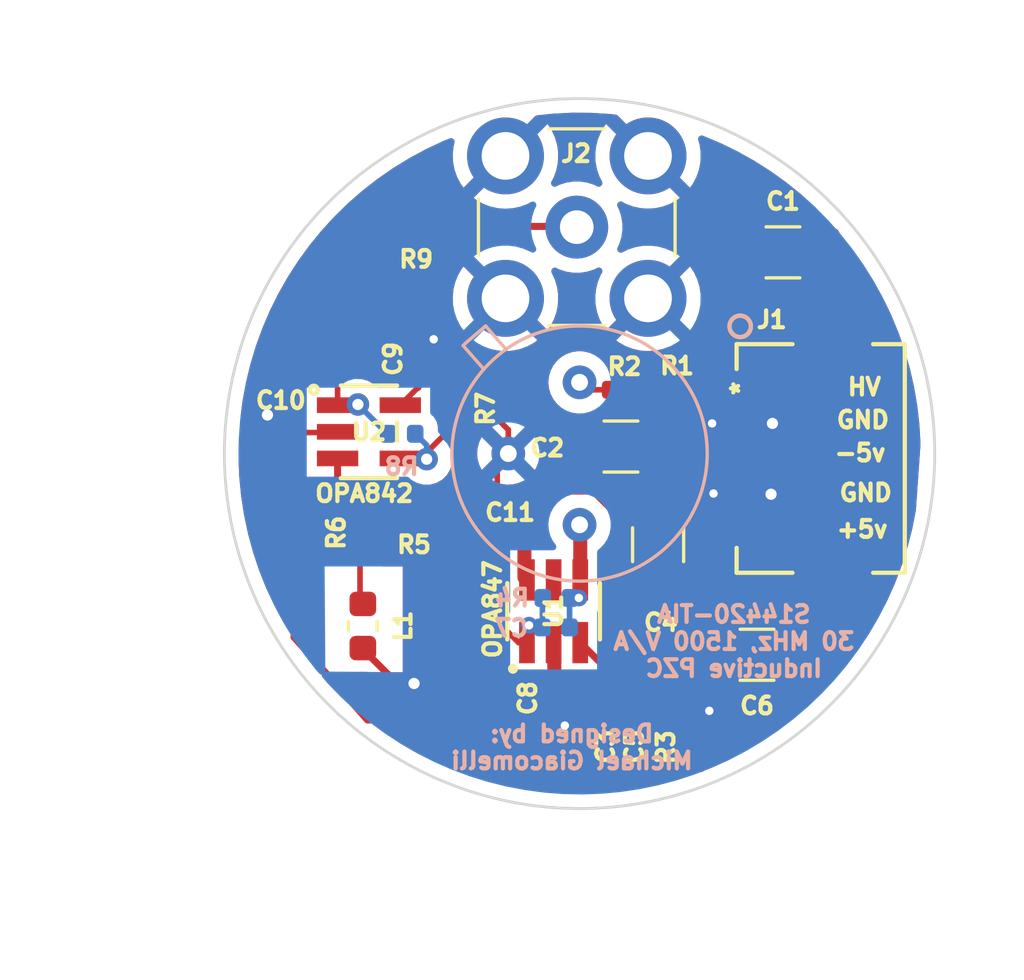
<source format=kicad_pcb>
(kicad_pcb (version 20200628) (host pcbnew "(5.99.0-2215-gb084305b1)")

  (general
    (thickness 1.6)
    (drawings 10)
    (tracks 133)
    (modules 26)
    (nets 16)
  )

  (paper "A4")
  (layers
    (0 "F.Cu" signal)
    (31 "B.Cu" signal)
    (32 "B.Adhes" user)
    (33 "F.Adhes" user)
    (34 "B.Paste" user)
    (35 "F.Paste" user)
    (36 "B.SilkS" user)
    (37 "F.SilkS" user)
    (38 "B.Mask" user)
    (39 "F.Mask" user)
    (40 "Dwgs.User" user)
    (41 "Cmts.User" user)
    (42 "Eco1.User" user)
    (43 "Eco2.User" user)
    (44 "Edge.Cuts" user)
    (45 "Margin" user)
    (46 "B.CrtYd" user)
    (47 "F.CrtYd" user)
    (48 "B.Fab" user)
    (49 "F.Fab" user)
  )

  (setup
    (stackup
      (layer "F.SilkS" (type "Top Silk Screen"))
      (layer "F.Paste" (type "Top Solder Paste"))
      (layer "F.Mask" (type "Top Solder Mask") (color "Green") (thickness 0.01))
      (layer "F.Cu" (type "copper") (thickness 0.035))
      (layer "dielectric 1" (type "core") (thickness 1.51) (material "FR4") (epsilon_r 4.5) (loss_tangent 0.02))
      (layer "B.Cu" (type "copper") (thickness 0.035))
      (layer "B.Mask" (type "Bottom Solder Mask") (color "Green") (thickness 0.01))
      (layer "B.Paste" (type "Bottom Solder Paste"))
      (layer "B.SilkS" (type "Bottom Silk Screen"))
      (copper_finish "None")
      (dielectric_constraints no)
    )
    (pcbplotparams
      (layerselection 0x010f0_ffffffff)
      (usegerberextensions false)
      (usegerberattributes false)
      (usegerberadvancedattributes false)
      (creategerberjobfile true)
      (svguseinch false)
      (svgprecision 6)
      (excludeedgelayer true)
      (linewidth 0.100000)
      (plotframeref false)
      (viasonmask false)
      (mode 1)
      (useauxorigin false)
      (hpglpennumber 1)
      (hpglpenspeed 20)
      (hpglpendiameter 15.000000)
      (psnegative false)
      (psa4output false)
      (plotreference true)
      (plotvalue false)
      (plotinvisibletext false)
      (sketchpadsonfab false)
      (subtractmaskfromsilk false)
      (outputformat 1)
      (mirror false)
      (drillshape 0)
      (scaleselection 1)
      (outputdirectory "../Manufacturing/")
    )
  )

  (net 0 "")
  (net 1 "GND")
  (net 2 "Net-(C1-Pad1)")
  (net 3 "Net-(C2-Pad1)")
  (net 4 "Net-(C3-Pad1)")
  (net 5 "/V_POS")
  (net 6 "/V_NEG")
  (net 7 "Net-(C7-Pad1)")
  (net 8 "Net-(C7-Pad2)")
  (net 9 "/HV")
  (net 10 "Net-(J2-Pad1)")
  (net 11 "Net-(L1-Pad1)")
  (net 12 "Net-(R5-Pad1)")
  (net 13 "Net-(R7-Pad1)")
  (net 14 "Net-(R8-Pad1)")
  (net 15 "Net-(U1-Pad5)")

  (module "footprints:OPA843IDBVT" (layer "F.Cu") (tedit 5DB9EF72) (tstamp 5f4405ad-628a-4bd4-8179-d8a7e67cccc9)
    (at 92.4926 99.225)
    (path "/88e6bd4e-41ce-424b-8db5-5bf94086c6e6")
    (fp_text reference "U2" (at 0 0) (layer "F.SilkS")
      (effects (font (size 0.6 0.6) (thickness 0.15)))
    )
    (fp_text value "OPA842" (at -0.1676 2.2) (layer "F.SilkS")
      (effects (font (size 0.6 0.6) (thickness 0.15)))
    )
    (fp_arc (start 0 -1.524) (end 0.3048 -1.524) (angle 180) (layer "F.Fab") (width 0.1524))
    (fp_line (start 1.1303 1.778) (end -1.1303 1.778) (layer "F.CrtYd") (width 0.1524))
    (fp_line (start 1.1303 1.4834) (end 1.1303 1.778) (layer "F.CrtYd") (width 0.1524))
    (fp_line (start 2.1082 1.4834) (end 1.1303 1.4834) (layer "F.CrtYd") (width 0.1524))
    (fp_line (start 2.1082 -1.4834) (end 2.1082 1.4834) (layer "F.CrtYd") (width 0.1524))
    (fp_line (start 1.1303 -1.4834) (end 2.1082 -1.4834) (layer "F.CrtYd") (width 0.1524))
    (fp_line (start 1.1303 -1.778) (end 1.1303 -1.4834) (layer "F.CrtYd") (width 0.1524))
    (fp_line (start -1.1303 -1.778) (end 1.1303 -1.778) (layer "F.CrtYd") (width 0.1524))
    (fp_line (start -1.1303 -1.4834) (end -1.1303 -1.778) (layer "F.CrtYd") (width 0.1524))
    (fp_line (start -2.1082 -1.4834) (end -1.1303 -1.4834) (layer "F.CrtYd") (width 0.1524))
    (fp_line (start -2.1082 1.4834) (end -2.1082 -1.4834) (layer "F.CrtYd") (width 0.1524))
    (fp_line (start -1.1303 1.4834) (end -2.1082 1.4834) (layer "F.CrtYd") (width 0.1524))
    (fp_line (start -1.1303 1.778) (end -1.1303 1.4834) (layer "F.CrtYd") (width 0.1524))
    (fp_line (start 1.4986 -1.204) (end 0.8763 -1.204) (layer "F.Fab") (width 0.1524))
    (fp_line (start 1.4986 -0.696) (end 1.4986 -1.204) (layer "F.Fab") (width 0.1524))
    (fp_line (start 0.8763 -0.696) (end 1.4986 -0.696) (layer "F.Fab") (width 0.1524))
    (fp_line (start 0.8763 -1.204) (end 0.8763 -0.696) (layer "F.Fab") (width 0.1524))
    (fp_line (start 1.4986 0.696) (end 0.8763 0.696) (layer "F.Fab") (width 0.1524))
    (fp_line (start 1.4986 1.204) (end 1.4986 0.696) (layer "F.Fab") (width 0.1524))
    (fp_line (start 0.8763 1.204) (end 1.4986 1.204) (layer "F.Fab") (width 0.1524))
    (fp_line (start 0.8763 0.696) (end 0.8763 1.204) (layer "F.Fab") (width 0.1524))
    (fp_line (start -1.4986 1.204) (end -0.8763 1.204) (layer "F.Fab") (width 0.1524))
    (fp_line (start -1.4986 0.696) (end -1.4986 1.204) (layer "F.Fab") (width 0.1524))
    (fp_line (start -0.8763 0.696) (end -1.4986 0.696) (layer "F.Fab") (width 0.1524))
    (fp_line (start -0.8763 1.204) (end -0.8763 0.696) (layer "F.Fab") (width 0.1524))
    (fp_line (start -1.4986 0.254) (end -0.8763 0.254) (layer "F.Fab") (width 0.1524))
    (fp_line (start -1.4986 -0.254) (end -1.4986 0.254) (layer "F.Fab") (width 0.1524))
    (fp_line (start -0.8763 -0.254) (end -1.4986 -0.254) (layer "F.Fab") (width 0.1524))
    (fp_line (start -0.8763 0.254) (end -0.8763 -0.254) (layer "F.Fab") (width 0.1524))
    (fp_line (start -1.4986 -0.696) (end -0.8763 -0.696) (layer "F.Fab") (width 0.1524))
    (fp_line (start -1.4986 -1.204) (end -1.4986 -0.696) (layer "F.Fab") (width 0.1524))
    (fp_line (start -0.8763 -1.204) (end -1.4986 -1.204) (layer "F.Fab") (width 0.1524))
    (fp_line (start -0.8763 -0.696) (end -0.8763 -1.204) (layer "F.Fab") (width 0.1524))
    (fp_line (start -0.8763 -1.524) (end -0.8763 1.524) (layer "F.Fab") (width 0.1524))
    (fp_line (start 0.8763 -1.524) (end -0.8763 -1.524) (layer "F.Fab") (width 0.1524))
    (fp_line (start 0.8763 1.524) (end 0.8763 -1.524) (layer "F.Fab") (width 0.1524))
    (fp_line (start -0.8763 1.524) (end 0.8763 1.524) (layer "F.Fab") (width 0.1524))
    (fp_line (start 1.0033 -1.651) (end -1.0033 -1.651) (layer "F.SilkS") (width 0.1524))
    (fp_line (start 1.0033 0.337861) (end 1.0033 -0.337861) (layer "F.SilkS") (width 0.1524))
    (fp_line (start -1.0033 1.651) (end 1.0033 1.651) (layer "F.SilkS") (width 0.1524))
    (fp_text user "*" (at -0.6223 -1.6866) (layer "F.Fab")
      (effects (font (size 0.6 0.6) (thickness 0.15)))
    )
    (fp_text user "*" (at -0.6223 -1.6866) (layer "F.Fab")
      (effects (font (size 0.6 0.6) (thickness 0.15)))
    )
    (fp_text user "Copyright 2016 Accelerated Designs. All rights reserved." (at 0 0) (layer "Cmts.User")
      (effects (font (size 0.6 0.6) (thickness 0.15)))
    )
    (pad "1" smd rect (at -1.1176 -0.950001) (size 1.4732 0.5588) (layers "F.Cu" "F.Paste" "F.Mask")
      (net 14 "Net-(R8-Pad1)") (tstamp 559fe48b-c39e-4ff5-b782-b6bd93ea9970))
    (pad "2" smd rect (at -1.1176 0) (size 1.4732 0.5588) (layers "F.Cu" "F.Paste" "F.Mask")
      (net 6 "/V_NEG") (pinfunction "V-") (tstamp 55a37745-45ff-4da5-81ff-3771b0f34c13))
    (pad "3" smd rect (at -1.1176 0.950001) (size 1.4732 0.5588) (layers "F.Cu" "F.Paste" "F.Mask")
      (net 12 "Net-(R5-Pad1)") (pinfunction "+") (tstamp 0022e266-1991-48a7-93c5-faf1d7914241))
    (pad "4" smd rect (at 1.1176 0.950001) (size 1.4732 0.5588) (layers "F.Cu" "F.Paste" "F.Mask")
      (net 13 "Net-(R7-Pad1)") (pinfunction "-") (tstamp 0c6accf9-f41f-441f-a148-6a42d7e981d5))
    (pad "5" smd rect (at 1.1176 -0.950001) (size 1.4732 0.5588) (layers "F.Cu" "F.Paste" "F.Mask")
      (net 5 "/V_POS") (pinfunction "V+") (tstamp d10fec43-67e8-40a2-abad-dfe9a087e42f))
    (model "${KIPRJMOD}/step/DBV5.step"
      (at (xyz 0 0 0))
      (scale (xyz 1 1 1))
      (rotate (xyz 0 0 0))
    )
  )

  (module "footprints:OPA847IDBVT" (layer "F.Cu") (tedit 5DB9EF54) (tstamp 45722e6d-906f-449c-b1c9-175ebb1b15d6)
    (at 99.075 105.625 90)
    (path "/2dd97eed-018c-42d0-a32d-b2edd55b21cb")
    (fp_text reference "U1" (at 0 0 90) (layer "F.SilkS")
      (effects (font (size 0.6 0.6) (thickness 0.15)))
    )
    (fp_text value "OPA847" (at 0.075 -2.175 90) (layer "F.SilkS")
      (effects (font (size 0.6 0.6) (thickness 0.15)))
    )
    (fp_arc (start 0 -1.524) (end 0.3048 -1.524) (angle 180) (layer "F.Fab") (width 0.1524))
    (fp_line (start -1.1303 1.4834) (end -2.1082 1.4834) (layer "F.CrtYd") (width 0.1524))
    (fp_line (start -1.1303 1.778) (end -1.1303 1.4834) (layer "F.CrtYd") (width 0.1524))
    (fp_line (start 1.1303 1.778) (end -1.1303 1.778) (layer "F.CrtYd") (width 0.1524))
    (fp_line (start 1.1303 1.4834) (end 1.1303 1.778) (layer "F.CrtYd") (width 0.1524))
    (fp_line (start 2.1082 1.4834) (end 1.1303 1.4834) (layer "F.CrtYd") (width 0.1524))
    (fp_line (start 2.1082 -1.4834) (end 2.1082 1.4834) (layer "F.CrtYd") (width 0.1524))
    (fp_line (start 1.1303 -1.4834) (end 2.1082 -1.4834) (layer "F.CrtYd") (width 0.1524))
    (fp_line (start 1.1303 -1.778) (end 1.1303 -1.4834) (layer "F.CrtYd") (width 0.1524))
    (fp_line (start -1.1303 -1.778) (end 1.1303 -1.778) (layer "F.CrtYd") (width 0.1524))
    (fp_line (start -1.1303 -1.4834) (end -1.1303 -1.778) (layer "F.CrtYd") (width 0.1524))
    (fp_line (start -2.1082 -1.4834) (end -1.1303 -1.4834) (layer "F.CrtYd") (width 0.1524))
    (fp_line (start -2.1082 1.4834) (end -2.1082 -1.4834) (layer "F.CrtYd") (width 0.1524))
    (fp_line (start -0.8763 -1.524) (end -0.8763 1.524) (layer "F.Fab") (width 0.1524))
    (fp_line (start 0.8763 -1.524) (end -0.8763 -1.524) (layer "F.Fab") (width 0.1524))
    (fp_line (start 0.8763 1.524) (end 0.8763 -1.524) (layer "F.Fab") (width 0.1524))
    (fp_line (start -0.8763 1.524) (end 0.8763 1.524) (layer "F.Fab") (width 0.1524))
    (fp_line (start 1.0033 -1.651) (end -1.0033 -1.651) (layer "F.SilkS") (width 0.1524))
    (fp_line (start -1.0033 1.651) (end 1.0033 1.651) (layer "F.SilkS") (width 0.1524))
    (fp_line (start 1.4986 -1.204) (end 0.8763 -1.204) (layer "F.Fab") (width 0.1524))
    (fp_line (start 1.4986 -0.696) (end 1.4986 -1.204) (layer "F.Fab") (width 0.1524))
    (fp_line (start 0.8763 -0.696) (end 1.4986 -0.696) (layer "F.Fab") (width 0.1524))
    (fp_line (start 0.8763 -1.204) (end 0.8763 -0.696) (layer "F.Fab") (width 0.1524))
    (fp_line (start 1.4986 -0.254) (end 0.8763 -0.254) (layer "F.Fab") (width 0.1524))
    (fp_line (start 1.4986 0.254) (end 1.4986 -0.254) (layer "F.Fab") (width 0.1524))
    (fp_line (start 0.8763 0.254) (end 1.4986 0.254) (layer "F.Fab") (width 0.1524))
    (fp_line (start 0.8763 -0.254) (end 0.8763 0.254) (layer "F.Fab") (width 0.1524))
    (fp_line (start 1.4986 0.696) (end 0.8763 0.696) (layer "F.Fab") (width 0.1524))
    (fp_line (start 1.4986 1.204) (end 1.4986 0.696) (layer "F.Fab") (width 0.1524))
    (fp_line (start 0.8763 1.204) (end 1.4986 1.204) (layer "F.Fab") (width 0.1524))
    (fp_line (start 0.8763 0.696) (end 0.8763 1.204) (layer "F.Fab") (width 0.1524))
    (fp_line (start -1.4986 1.204) (end -0.8763 1.204) (layer "F.Fab") (width 0.1524))
    (fp_line (start -1.4986 0.696) (end -1.4986 1.204) (layer "F.Fab") (width 0.1524))
    (fp_line (start -0.8763 0.696) (end -1.4986 0.696) (layer "F.Fab") (width 0.1524))
    (fp_line (start -0.8763 1.204) (end -0.8763 0.696) (layer "F.Fab") (width 0.1524))
    (fp_line (start -1.4986 0.254) (end -0.8763 0.254) (layer "F.Fab") (width 0.1524))
    (fp_line (start -1.4986 -0.254) (end -1.4986 0.254) (layer "F.Fab") (width 0.1524))
    (fp_line (start -0.8763 -0.254) (end -1.4986 -0.254) (layer "F.Fab") (width 0.1524))
    (fp_line (start -0.8763 0.254) (end -0.8763 -0.254) (layer "F.Fab") (width 0.1524))
    (fp_line (start -1.4986 -0.696) (end -0.8763 -0.696) (layer "F.Fab") (width 0.1524))
    (fp_line (start -1.4986 -1.204) (end -1.4986 -0.696) (layer "F.Fab") (width 0.1524))
    (fp_line (start -0.8763 -1.204) (end -1.4986 -1.204) (layer "F.Fab") (width 0.1524))
    (fp_line (start -0.8763 -0.696) (end -0.8763 -1.204) (layer "F.Fab") (width 0.1524))
    (fp_text user "*" (at -0.4953 -1.4478 90) (layer "F.Fab")
      (effects (font (size 0.6 0.6) (thickness 0.15)))
    )
    (fp_text user "*" (at -0.4953 -1.4478 90) (layer "F.Fab")
      (effects (font (size 0.6 0.6) (thickness 0.15)))
    )
    (fp_text user "Copyright 2016 Accelerated Designs. All rights reserved." (at 0 0 90) (layer "Cmts.User")
      (effects (font (size 0.6 0.6) (thickness 0.15)))
    )
    (pad "1" smd rect (at -1.1176 -0.950001 90) (size 1.4732 0.5588) (layers "F.Cu" "F.Paste" "F.Mask")
      (net 8 "Net-(C7-Pad2)") (tstamp 46e69b15-d86e-40b5-818f-0fc1490b0b9d))
    (pad "2" smd rect (at -1.1176 0 90) (size 1.4732 0.5588) (layers "F.Cu" "F.Paste" "F.Mask")
      (net 6 "/V_NEG") (pinfunction "V-") (tstamp cc202832-a6ad-42ca-ac33-4cf24d347dbb))
    (pad "3" smd rect (at -1.1176 0.950001 90) (size 1.4732 0.5588) (layers "F.Cu" "F.Paste" "F.Mask")
      (net 4 "Net-(C3-Pad1)") (pinfunction "+") (tstamp 84882b7e-d927-494c-820a-71e33b544a2a))
    (pad "4" smd rect (at 1.1176 0.950001 90) (size 1.4732 0.5588) (layers "F.Cu" "F.Paste" "F.Mask")
      (net 7 "Net-(C7-Pad1)") (pinfunction "-") (tstamp c0cf3122-272e-408c-836c-270c18cad8e9))
    (pad "5" smd rect (at 1.1176 0 90) (size 1.4732 0.5588) (layers "F.Cu" "F.Paste" "F.Mask")
      (net 15 "Net-(U1-Pad5)") (pinfunction "~DIS") (tstamp f33ee562-c3ab-4ccd-9ac3-d0690b8ec334))
    (pad "6" smd rect (at 1.1176 -0.950001 90) (size 1.4732 0.5588) (layers "F.Cu" "F.Paste" "F.Mask")
      (net 5 "/V_POS") (pinfunction "V+") (tstamp 904d8a8f-8978-4e26-96c0-774778a0c35d))
    (model "${KIPRJMOD}/step/DBV6.step"
      (at (xyz 0 0 0))
      (scale (xyz 1 1 1))
      (rotate (xyz 0 0 0))
    )
  )

  (module "footprints:R_0402_1005Metric" (layer "F.Cu") (tedit 5DB9F04F) (tstamp 2dfa7f5a-227c-4f3b-a629-3c49e01474f8)
    (at 94.175 91.9 180)
    (descr "Resistor SMD 0402 (1005 Metric), square (rectangular) end terminal, IPC_7351 nominal, (Body size source: http://www.tortai-tech.com/upload/download/2011102023233369053.pdf), generated with kicad-footprint-generator")
    (tags "resistor")
    (path "/690dd68f-5fec-4ed8-99a8-ae05d916d77d")
    (attr smd)
    (fp_text reference "R9" (at 0 -1.17) (layer "F.SilkS")
      (effects (font (size 0.6 0.6) (thickness 0.15)))
    )
    (fp_text value "50" (at 0 1.17) (layer "F.Fab")
      (effects (font (size 0.6 0.6) (thickness 0.15)))
    )
    (fp_line (start -0.5 0.25) (end -0.5 -0.25) (layer "F.Fab") (width 0.1))
    (fp_line (start -0.5 -0.25) (end 0.5 -0.25) (layer "F.Fab") (width 0.1))
    (fp_line (start 0.5 -0.25) (end 0.5 0.25) (layer "F.Fab") (width 0.1))
    (fp_line (start 0.5 0.25) (end -0.5 0.25) (layer "F.Fab") (width 0.1))
    (fp_line (start -0.93 0.47) (end -0.93 -0.47) (layer "F.CrtYd") (width 0.05))
    (fp_line (start -0.93 -0.47) (end 0.93 -0.47) (layer "F.CrtYd") (width 0.05))
    (fp_line (start 0.93 -0.47) (end 0.93 0.47) (layer "F.CrtYd") (width 0.05))
    (fp_line (start 0.93 0.47) (end -0.93 0.47) (layer "F.CrtYd") (width 0.05))
    (fp_text user "${REFERENCE}" (at 0 0) (layer "F.Fab")
      (effects (font (size 0.6 0.6) (thickness 0.15)))
    )
    (pad "2" smd roundrect (at 0.485 0 180) (size 0.59 0.64) (layers "F.Cu" "F.Paste" "F.Mask") (roundrect_rratio 0.25)
      (net 14 "Net-(R8-Pad1)") (tstamp 42b1bd00-dd42-4504-a39c-ca6ca94635a2))
    (pad "1" smd roundrect (at -0.485 0 180) (size 0.59 0.64) (layers "F.Cu" "F.Paste" "F.Mask") (roundrect_rratio 0.25)
      (net 10 "Net-(J2-Pad1)") (tstamp 040dc879-cc36-4d58-9119-2d70888fb91a))
    (model "${KIPRJMOD}/step/R_0402_1005Metric.step"
      (at (xyz 0 0 0))
      (scale (xyz 1 1 1))
      (rotate (xyz 0 0 0))
    )
  )

  (module "footprints:R_0402_1005Metric" (layer "B.Cu") (tedit 5DB9F04F) (tstamp ba4f1032-fda8-4c73-85b1-818c5940f82a)
    (at 93.6574 99.295)
    (descr "Resistor SMD 0402 (1005 Metric), square (rectangular) end terminal, IPC_7351 nominal, (Body size source: http://www.tortai-tech.com/upload/download/2011102023233369053.pdf), generated with kicad-footprint-generator")
    (tags "resistor")
    (path "/61101cf1-d1f8-4d7c-a708-eee3422173f8")
    (attr smd)
    (fp_text reference "R8" (at 0 1.17) (layer "B.SilkS")
      (effects (font (size 0.6 0.6) (thickness 0.15)) (justify mirror))
    )
    (fp_text value "422" (at 0 -1.17) (layer "B.Fab")
      (effects (font (size 0.6 0.6) (thickness 0.15)) (justify mirror))
    )
    (fp_line (start -0.5 -0.25) (end -0.5 0.25) (layer "B.Fab") (width 0.1))
    (fp_line (start -0.5 0.25) (end 0.5 0.25) (layer "B.Fab") (width 0.1))
    (fp_line (start 0.5 0.25) (end 0.5 -0.25) (layer "B.Fab") (width 0.1))
    (fp_line (start 0.5 -0.25) (end -0.5 -0.25) (layer "B.Fab") (width 0.1))
    (fp_line (start -0.93 -0.47) (end -0.93 0.47) (layer "B.CrtYd") (width 0.05))
    (fp_line (start -0.93 0.47) (end 0.93 0.47) (layer "B.CrtYd") (width 0.05))
    (fp_line (start 0.93 0.47) (end 0.93 -0.47) (layer "B.CrtYd") (width 0.05))
    (fp_line (start 0.93 -0.47) (end -0.93 -0.47) (layer "B.CrtYd") (width 0.05))
    (fp_text user "${REFERENCE}" (at 0.0176 -0.845) (layer "B.Fab")
      (effects (font (size 0.6 0.6) (thickness 0.15)) (justify mirror))
    )
    (pad "2" smd roundrect (at 0.485 0) (size 0.59 0.64) (layers "B.Cu" "B.Paste" "B.Mask") (roundrect_rratio 0.25)
      (net 13 "Net-(R7-Pad1)") (tstamp 42b1bd00-dd42-4504-a39c-ca6ca94635a2))
    (pad "1" smd roundrect (at -0.485 0) (size 0.59 0.64) (layers "B.Cu" "B.Paste" "B.Mask") (roundrect_rratio 0.25)
      (net 14 "Net-(R8-Pad1)") (tstamp 040dc879-cc36-4d58-9119-2d70888fb91a))
    (model "${KIPRJMOD}/step/R_0402_1005Metric.step"
      (at (xyz 0 0 0))
      (scale (xyz 1 1 1))
      (rotate (xyz 0 0 0))
    )
  )

  (module "footprints:R_0402_1005Metric" (layer "F.Cu") (tedit 5DB9F04F) (tstamp 7748f05d-fb95-460b-8aa6-eec6fd16f419)
    (at 95.65 98.325 90)
    (descr "Resistor SMD 0402 (1005 Metric), square (rectangular) end terminal, IPC_7351 nominal, (Body size source: http://www.tortai-tech.com/upload/download/2011102023233369053.pdf), generated with kicad-footprint-generator")
    (tags "resistor")
    (path "/7f88a5e2-e39b-41ac-9ab4-35a2830264c3")
    (attr smd)
    (fp_text reference "R7" (at -0.075 1 90) (layer "F.SilkS")
      (effects (font (size 0.6 0.6) (thickness 0.15)))
    )
    (fp_text value "422" (at 0 1.17 90) (layer "F.Fab")
      (effects (font (size 0.6 0.6) (thickness 0.15)))
    )
    (fp_line (start -0.5 0.25) (end -0.5 -0.25) (layer "F.Fab") (width 0.1))
    (fp_line (start -0.5 -0.25) (end 0.5 -0.25) (layer "F.Fab") (width 0.1))
    (fp_line (start 0.5 -0.25) (end 0.5 0.25) (layer "F.Fab") (width 0.1))
    (fp_line (start 0.5 0.25) (end -0.5 0.25) (layer "F.Fab") (width 0.1))
    (fp_line (start -0.93 0.47) (end -0.93 -0.47) (layer "F.CrtYd") (width 0.05))
    (fp_line (start -0.93 -0.47) (end 0.93 -0.47) (layer "F.CrtYd") (width 0.05))
    (fp_line (start 0.93 -0.47) (end 0.93 0.47) (layer "F.CrtYd") (width 0.05))
    (fp_line (start 0.93 0.47) (end -0.93 0.47) (layer "F.CrtYd") (width 0.05))
    (fp_text user "${REFERENCE}" (at 0 0 90) (layer "F.Fab")
      (effects (font (size 0.6 0.6) (thickness 0.15)))
    )
    (pad "2" smd roundrect (at 0.485 0 90) (size 0.59 0.64) (layers "F.Cu" "F.Paste" "F.Mask") (roundrect_rratio 0.25)
      (net 1 "GND") (tstamp 42b1bd00-dd42-4504-a39c-ca6ca94635a2))
    (pad "1" smd roundrect (at -0.485 0 90) (size 0.59 0.64) (layers "F.Cu" "F.Paste" "F.Mask") (roundrect_rratio 0.25)
      (net 13 "Net-(R7-Pad1)") (tstamp 040dc879-cc36-4d58-9119-2d70888fb91a))
    (model "${KIPRJMOD}/step/R_0402_1005Metric.step"
      (at (xyz 0 0 0))
      (scale (xyz 1 1 1))
      (rotate (xyz 0 0 0))
    )
  )

  (module "footprints:R_0402_1005Metric" (layer "F.Cu") (tedit 5DB9F04F) (tstamp cce00fe0-f766-4337-8aae-11a5fb499ef9)
    (at 92.175 102.825 -90)
    (descr "Resistor SMD 0402 (1005 Metric), square (rectangular) end terminal, IPC_7351 nominal, (Body size source: http://www.tortai-tech.com/upload/download/2011102023233369053.pdf), generated with kicad-footprint-generator")
    (tags "resistor")
    (path "/587d054c-079c-45c5-a04a-2054b884d1fe")
    (attr smd)
    (fp_text reference "R6" (at 0 0.85 90) (layer "F.SilkS")
      (effects (font (size 0.6 0.6) (thickness 0.15)))
    )
    (fp_text value "10" (at 0 1.17 90) (layer "F.Fab")
      (effects (font (size 0.6 0.6) (thickness 0.15)))
    )
    (fp_line (start -0.5 0.25) (end -0.5 -0.25) (layer "F.Fab") (width 0.1))
    (fp_line (start -0.5 -0.25) (end 0.5 -0.25) (layer "F.Fab") (width 0.1))
    (fp_line (start 0.5 -0.25) (end 0.5 0.25) (layer "F.Fab") (width 0.1))
    (fp_line (start 0.5 0.25) (end -0.5 0.25) (layer "F.Fab") (width 0.1))
    (fp_line (start -0.93 0.47) (end -0.93 -0.47) (layer "F.CrtYd") (width 0.05))
    (fp_line (start -0.93 -0.47) (end 0.93 -0.47) (layer "F.CrtYd") (width 0.05))
    (fp_line (start 0.93 -0.47) (end 0.93 0.47) (layer "F.CrtYd") (width 0.05))
    (fp_line (start 0.93 0.47) (end -0.93 0.47) (layer "F.CrtYd") (width 0.05))
    (fp_text user "${REFERENCE}" (at 0 0 90) (layer "F.Fab")
      (effects (font (size 0.6 0.6) (thickness 0.15)))
    )
    (pad "2" smd roundrect (at 0.485 0 270) (size 0.59 0.64) (layers "F.Cu" "F.Paste" "F.Mask") (roundrect_rratio 0.25)
      (net 11 "Net-(L1-Pad1)") (tstamp 42b1bd00-dd42-4504-a39c-ca6ca94635a2))
    (pad "1" smd roundrect (at -0.485 0 270) (size 0.59 0.64) (layers "F.Cu" "F.Paste" "F.Mask") (roundrect_rratio 0.25)
      (net 12 "Net-(R5-Pad1)") (tstamp 040dc879-cc36-4d58-9119-2d70888fb91a))
    (model "${KIPRJMOD}/step/R_0402_1005Metric.step"
      (at (xyz 0 0 0))
      (scale (xyz 1 1 1))
      (rotate (xyz 0 0 0))
    )
  )

  (module "footprints:R_0402_1005Metric" (layer "F.Cu") (tedit 5DB9F04F) (tstamp 2f2795f4-94e5-4203-901c-7d9050f9f1b5)
    (at 94.075 102.375)
    (descr "Resistor SMD 0402 (1005 Metric), square (rectangular) end terminal, IPC_7351 nominal, (Body size source: http://www.tortai-tech.com/upload/download/2011102023233369053.pdf), generated with kicad-footprint-generator")
    (tags "resistor")
    (path "/79d36918-f2bb-4042-9efe-555c2f74401a")
    (attr smd)
    (fp_text reference "R5" (at 0.025 0.875) (layer "F.SilkS")
      (effects (font (size 0.6 0.6) (thickness 0.15)))
    )
    (fp_text value "100" (at 0 1.17) (layer "F.Fab")
      (effects (font (size 0.6 0.6) (thickness 0.15)))
    )
    (fp_line (start -0.5 0.25) (end -0.5 -0.25) (layer "F.Fab") (width 0.1))
    (fp_line (start -0.5 -0.25) (end 0.5 -0.25) (layer "F.Fab") (width 0.1))
    (fp_line (start 0.5 -0.25) (end 0.5 0.25) (layer "F.Fab") (width 0.1))
    (fp_line (start 0.5 0.25) (end -0.5 0.25) (layer "F.Fab") (width 0.1))
    (fp_line (start -0.93 0.47) (end -0.93 -0.47) (layer "F.CrtYd") (width 0.05))
    (fp_line (start -0.93 -0.47) (end 0.93 -0.47) (layer "F.CrtYd") (width 0.05))
    (fp_line (start 0.93 -0.47) (end 0.93 0.47) (layer "F.CrtYd") (width 0.05))
    (fp_line (start 0.93 0.47) (end -0.93 0.47) (layer "F.CrtYd") (width 0.05))
    (fp_text user "${REFERENCE}" (at 0 0) (layer "F.Fab")
      (effects (font (size 0.6 0.6) (thickness 0.15)))
    )
    (pad "2" smd roundrect (at 0.485 0) (size 0.59 0.64) (layers "F.Cu" "F.Paste" "F.Mask") (roundrect_rratio 0.25)
      (net 8 "Net-(C7-Pad2)") (tstamp 42b1bd00-dd42-4504-a39c-ca6ca94635a2))
    (pad "1" smd roundrect (at -0.485 0) (size 0.59 0.64) (layers "F.Cu" "F.Paste" "F.Mask") (roundrect_rratio 0.25)
      (net 12 "Net-(R5-Pad1)") (tstamp 040dc879-cc36-4d58-9119-2d70888fb91a))
    (model "${KIPRJMOD}/step/R_0402_1005Metric.step"
      (at (xyz 0 0 0))
      (scale (xyz 1 1 1))
      (rotate (xyz 0 0 0))
    )
  )

  (module "footprints:R_0402_1005Metric" (layer "B.Cu") (tedit 5DB9F04F) (tstamp a38155d0-9e07-46d8-999d-a246e26baec6)
    (at 99.175 105.15)
    (descr "Resistor SMD 0402 (1005 Metric), square (rectangular) end terminal, IPC_7351 nominal, (Body size source: http://www.tortai-tech.com/upload/download/2011102023233369053.pdf), generated with kicad-footprint-generator")
    (tags "resistor")
    (path "/3f2395b8-90db-43f1-baa3-30e85f08755c")
    (attr smd)
    (fp_text reference "R4" (at -1.575 0) (layer "B.SilkS")
      (effects (font (size 0.6 0.6) (thickness 0.15)) (justify mirror))
    )
    (fp_text value "1500" (at 0 -1.17) (layer "B.Fab")
      (effects (font (size 0.6 0.6) (thickness 0.15)) (justify mirror))
    )
    (fp_line (start -0.5 -0.25) (end -0.5 0.25) (layer "B.Fab") (width 0.1))
    (fp_line (start -0.5 0.25) (end 0.5 0.25) (layer "B.Fab") (width 0.1))
    (fp_line (start 0.5 0.25) (end 0.5 -0.25) (layer "B.Fab") (width 0.1))
    (fp_line (start 0.5 -0.25) (end -0.5 -0.25) (layer "B.Fab") (width 0.1))
    (fp_line (start -0.93 -0.47) (end -0.93 0.47) (layer "B.CrtYd") (width 0.05))
    (fp_line (start -0.93 0.47) (end 0.93 0.47) (layer "B.CrtYd") (width 0.05))
    (fp_line (start 0.93 0.47) (end 0.93 -0.47) (layer "B.CrtYd") (width 0.05))
    (fp_line (start 0.93 -0.47) (end -0.93 -0.47) (layer "B.CrtYd") (width 0.05))
    (fp_text user "${REFERENCE}" (at -2.975 0.45) (layer "B.Fab")
      (effects (font (size 0.6 0.6) (thickness 0.15)) (justify mirror))
    )
    (pad "2" smd roundrect (at 0.485 0) (size 0.59 0.64) (layers "B.Cu" "B.Paste" "B.Mask") (roundrect_rratio 0.25)
      (net 7 "Net-(C7-Pad1)") (tstamp 42b1bd00-dd42-4504-a39c-ca6ca94635a2))
    (pad "1" smd roundrect (at -0.485 0) (size 0.59 0.64) (layers "B.Cu" "B.Paste" "B.Mask") (roundrect_rratio 0.25)
      (net 8 "Net-(C7-Pad2)") (tstamp 040dc879-cc36-4d58-9119-2d70888fb91a))
    (model "${KIPRJMOD}/step/R_0402_1005Metric.step"
      (at (xyz 0 0 0))
      (scale (xyz 1 1 1))
      (rotate (xyz 0 0 0))
    )
  )

  (module "footprints:R_0402_1005Metric" (layer "F.Cu") (tedit 5DB9F04F) (tstamp 1a29e73e-cbed-439c-8a53-51f6c4e100fb)
    (at 103.075 108.85 90)
    (descr "Resistor SMD 0402 (1005 Metric), square (rectangular) end terminal, IPC_7351 nominal, (Body size source: http://www.tortai-tech.com/upload/download/2011102023233369053.pdf), generated with kicad-footprint-generator")
    (tags "resistor")
    (path "/644c540a-d906-4a08-ae74-916d7a7222a4")
    (attr smd)
    (fp_text reference "R3" (at -1.625 0 90) (layer "F.SilkS")
      (effects (font (size 0.6 0.6) (thickness 0.15)))
    )
    (fp_text value "1500" (at 0 1.17 90) (layer "F.Fab")
      (effects (font (size 0.6 0.6) (thickness 0.15)))
    )
    (fp_line (start -0.5 0.25) (end -0.5 -0.25) (layer "F.Fab") (width 0.1))
    (fp_line (start -0.5 -0.25) (end 0.5 -0.25) (layer "F.Fab") (width 0.1))
    (fp_line (start 0.5 -0.25) (end 0.5 0.25) (layer "F.Fab") (width 0.1))
    (fp_line (start 0.5 0.25) (end -0.5 0.25) (layer "F.Fab") (width 0.1))
    (fp_line (start -0.93 0.47) (end -0.93 -0.47) (layer "F.CrtYd") (width 0.05))
    (fp_line (start -0.93 -0.47) (end 0.93 -0.47) (layer "F.CrtYd") (width 0.05))
    (fp_line (start 0.93 -0.47) (end 0.93 0.47) (layer "F.CrtYd") (width 0.05))
    (fp_line (start 0.93 0.47) (end -0.93 0.47) (layer "F.CrtYd") (width 0.05))
    (fp_text user "${REFERENCE}" (at 0 0 90) (layer "F.Fab")
      (effects (font (size 0.6 0.6) (thickness 0.15)))
    )
    (pad "2" smd roundrect (at 0.485 0 90) (size 0.59 0.64) (layers "F.Cu" "F.Paste" "F.Mask") (roundrect_rratio 0.25)
      (net 4 "Net-(C3-Pad1)") (tstamp 42b1bd00-dd42-4504-a39c-ca6ca94635a2))
    (pad "1" smd roundrect (at -0.485 0 90) (size 0.59 0.64) (layers "F.Cu" "F.Paste" "F.Mask") (roundrect_rratio 0.25)
      (net 1 "GND") (tstamp 040dc879-cc36-4d58-9119-2d70888fb91a))
    (model "${KIPRJMOD}/step/R_0402_1005Metric.step"
      (at (xyz 0 0 0))
      (scale (xyz 1 1 1))
      (rotate (xyz 0 0 0))
    )
  )

  (module "footprints:R_0402_1005Metric" (layer "F.Cu") (tedit 5DB9F04F) (tstamp 6df45a0d-1a14-4b1e-b2d8-830eac8f36d0)
    (at 101.575 97.725 180)
    (descr "Resistor SMD 0402 (1005 Metric), square (rectangular) end terminal, IPC_7351 nominal, (Body size source: http://www.tortai-tech.com/upload/download/2011102023233369053.pdf), generated with kicad-footprint-generator")
    (tags "resistor")
    (path "/5c3d0f5b-00e2-4765-9cd4-105b5f5f9ae6")
    (attr smd)
    (fp_text reference "R2" (at -0.025 0.825 180) (layer "F.SilkS")
      (effects (font (size 0.6 0.6) (thickness 0.15)))
    )
    (fp_text value "10" (at 0 1.17) (layer "F.Fab")
      (effects (font (size 0.6 0.6) (thickness 0.15)))
    )
    (fp_line (start -0.5 0.25) (end -0.5 -0.25) (layer "F.Fab") (width 0.1))
    (fp_line (start -0.5 -0.25) (end 0.5 -0.25) (layer "F.Fab") (width 0.1))
    (fp_line (start 0.5 -0.25) (end 0.5 0.25) (layer "F.Fab") (width 0.1))
    (fp_line (start 0.5 0.25) (end -0.5 0.25) (layer "F.Fab") (width 0.1))
    (fp_line (start -0.93 0.47) (end -0.93 -0.47) (layer "F.CrtYd") (width 0.05))
    (fp_line (start -0.93 -0.47) (end 0.93 -0.47) (layer "F.CrtYd") (width 0.05))
    (fp_line (start 0.93 -0.47) (end 0.93 0.47) (layer "F.CrtYd") (width 0.05))
    (fp_line (start 0.93 0.47) (end -0.93 0.47) (layer "F.CrtYd") (width 0.05))
    (fp_text user "${REFERENCE}" (at 0 0) (layer "F.Fab")
      (effects (font (size 0.6 0.6) (thickness 0.15)))
    )
    (pad "2" smd roundrect (at 0.485 0 180) (size 0.59 0.64) (layers "F.Cu" "F.Paste" "F.Mask") (roundrect_rratio 0.25)
      (net 3 "Net-(C2-Pad1)") (tstamp 42b1bd00-dd42-4504-a39c-ca6ca94635a2))
    (pad "1" smd roundrect (at -0.485 0 180) (size 0.59 0.64) (layers "F.Cu" "F.Paste" "F.Mask") (roundrect_rratio 0.25)
      (net 2 "Net-(C1-Pad1)") (tstamp 040dc879-cc36-4d58-9119-2d70888fb91a))
    (model "${KIPRJMOD}/step/R_0402_1005Metric.step"
      (at (xyz 0 0 0))
      (scale (xyz 1 1 1))
      (rotate (xyz 0 0 0))
    )
  )

  (module "footprints:R_0402_1005Metric" (layer "F.Cu") (tedit 5DB9F04F) (tstamp 7d4f73a3-e00d-47a9-89db-2cfaabd84adf)
    (at 103.475 97.725 180)
    (descr "Resistor SMD 0402 (1005 Metric), square (rectangular) end terminal, IPC_7351 nominal, (Body size source: http://www.tortai-tech.com/upload/download/2011102023233369053.pdf), generated with kicad-footprint-generator")
    (tags "resistor")
    (path "/7617d954-32f0-4c3b-b7e7-023a598f9c07")
    (attr smd)
    (fp_text reference "R1" (at 0 0.85) (layer "F.SilkS")
      (effects (font (size 0.6 0.6) (thickness 0.15)))
    )
    (fp_text value "10" (at 0 1.17) (layer "F.Fab")
      (effects (font (size 0.6 0.6) (thickness 0.15)))
    )
    (fp_line (start -0.5 0.25) (end -0.5 -0.25) (layer "F.Fab") (width 0.1))
    (fp_line (start -0.5 -0.25) (end 0.5 -0.25) (layer "F.Fab") (width 0.1))
    (fp_line (start 0.5 -0.25) (end 0.5 0.25) (layer "F.Fab") (width 0.1))
    (fp_line (start 0.5 0.25) (end -0.5 0.25) (layer "F.Fab") (width 0.1))
    (fp_line (start -0.93 0.47) (end -0.93 -0.47) (layer "F.CrtYd") (width 0.05))
    (fp_line (start -0.93 -0.47) (end 0.93 -0.47) (layer "F.CrtYd") (width 0.05))
    (fp_line (start 0.93 -0.47) (end 0.93 0.47) (layer "F.CrtYd") (width 0.05))
    (fp_line (start 0.93 0.47) (end -0.93 0.47) (layer "F.CrtYd") (width 0.05))
    (fp_text user "${REFERENCE}" (at 0 0) (layer "F.Fab")
      (effects (font (size 0.6 0.6) (thickness 0.15)))
    )
    (pad "2" smd roundrect (at 0.485 0 180) (size 0.59 0.64) (layers "F.Cu" "F.Paste" "F.Mask") (roundrect_rratio 0.25)
      (net 2 "Net-(C1-Pad1)") (tstamp 42b1bd00-dd42-4504-a39c-ca6ca94635a2))
    (pad "1" smd roundrect (at -0.485 0 180) (size 0.59 0.64) (layers "F.Cu" "F.Paste" "F.Mask") (roundrect_rratio 0.25)
      (net 9 "/HV") (tstamp 040dc879-cc36-4d58-9119-2d70888fb91a))
    (model "${KIPRJMOD}/step/R_0402_1005Metric.step"
      (at (xyz 0 0 0))
      (scale (xyz 1 1 1))
      (rotate (xyz 0 0 0))
    )
  )

  (module "footprints:L_0603_1608Metric" (layer "F.Cu") (tedit 5DB9F043) (tstamp e6466433-a0b5-4efe-89bb-c299bb498d1e)
    (at 92.275 106.15 -90)
    (descr "Inductor SMD 0603 (1608 Metric), square (rectangular) end terminal, IPC_7351 nominal, (Body size source: http://www.tortai-tech.com/upload/download/2011102023233369053.pdf), generated with kicad-footprint-generator")
    (tags "inductor")
    (path "/6b7fb4aa-8c8b-455d-8f8e-205cf7d0144a")
    (attr smd)
    (fp_text reference "L1" (at 0 -1.43 90) (layer "F.SilkS")
      (effects (font (size 0.6 0.6) (thickness 0.15)))
    )
    (fp_text value "0.4u" (at 0 1.43 90) (layer "F.Fab")
      (effects (font (size 0.6 0.6) (thickness 0.15)))
    )
    (fp_line (start -0.8 0.4) (end -0.8 -0.4) (layer "F.Fab") (width 0.1))
    (fp_line (start -0.8 -0.4) (end 0.8 -0.4) (layer "F.Fab") (width 0.1))
    (fp_line (start 0.8 -0.4) (end 0.8 0.4) (layer "F.Fab") (width 0.1))
    (fp_line (start 0.8 0.4) (end -0.8 0.4) (layer "F.Fab") (width 0.1))
    (fp_line (start -0.162779 -0.51) (end 0.162779 -0.51) (layer "F.SilkS") (width 0.12))
    (fp_line (start -0.162779 0.51) (end 0.162779 0.51) (layer "F.SilkS") (width 0.12))
    (fp_line (start -1.48 0.73) (end -1.48 -0.73) (layer "F.CrtYd") (width 0.05))
    (fp_line (start -1.48 -0.73) (end 1.48 -0.73) (layer "F.CrtYd") (width 0.05))
    (fp_line (start 1.48 -0.73) (end 1.48 0.73) (layer "F.CrtYd") (width 0.05))
    (fp_line (start 1.48 0.73) (end -1.48 0.73) (layer "F.CrtYd") (width 0.05))
    (fp_text user "${REFERENCE}" (at 0 0 90) (layer "F.Fab")
      (effects (font (size 0.6 0.6) (thickness 0.15)))
    )
    (pad "2" smd roundrect (at 0.7875 0 270) (size 0.875 0.95) (layers "F.Cu" "F.Paste" "F.Mask") (roundrect_rratio 0.25)
      (net 1 "GND") (tstamp 247f7fba-6db3-4a9f-a4bb-e3f4cf28e46d))
    (pad "1" smd roundrect (at -0.7875 0 270) (size 0.875 0.95) (layers "F.Cu" "F.Paste" "F.Mask") (roundrect_rratio 0.25)
      (net 11 "Net-(L1-Pad1)") (tstamp 50549d05-e1c4-4e72-beba-4627de528c49))
    (model "${KIPRJMOD}/step/L_0603_1608Metric.step"
      (at (xyz 0 0 0))
      (scale (xyz 1 1 1))
      (rotate (xyz 0 0 0))
    )
  )

  (module "Connector_Coaxial:SMB_Jack_Vertical" (layer "F.Cu") (tedit 5A1DBFC1) (tstamp d00c9d7a-6272-4412-8f59-b7e8d8555311)
    (at 99.9 91.925)
    (descr "SMB pcb mounting jack")
    (tags "SMB Jack  Striaght")
    (path "/5164dcfc-62cb-4d5c-b18f-8ae60aa23940")
    (fp_text reference "J2" (at -0.025 -2.625) (layer "F.SilkS")
      (effects (font (size 0.6 0.6) (thickness 0.15)))
    )
    (fp_text value "Conn_Coaxial" (at 0 5.05) (layer "F.Fab")
      (effects (font (size 0.6 0.6) (thickness 0.15)))
    )
    (fp_circle (center 0 0) (end 2.5 0) (layer "F.Fab") (width 0.1))
    (fp_line (start -3.5052 1) (end -3.5052 -1) (layer "F.SilkS") (width 0.12))
    (fp_line (start 1 3.5052) (end -1 3.5052) (layer "F.SilkS") (width 0.12))
    (fp_line (start 3.5052 -1) (end 3.5052 1) (layer "F.SilkS") (width 0.12))
    (fp_line (start -1 -3.5052) (end 1 -3.5052) (layer "F.SilkS") (width 0.12))
    (fp_line (start -4.25 -4.25) (end 4.25 -4.25) (layer "F.CrtYd") (width 0.05))
    (fp_line (start 4.25 -4.25) (end 4.25 4.25) (layer "F.CrtYd") (width 0.05))
    (fp_line (start -4.25 4.25) (end -4.25 -4.25) (layer "F.CrtYd") (width 0.05))
    (fp_line (start 4.25 4.25) (end -4.25 4.25) (layer "F.CrtYd") (width 0.05))
    (fp_line (start -4.25 4.25) (end -4.25 -4.25) (layer "B.CrtYd") (width 0.05))
    (fp_line (start 4.25 4.25) (end -4.25 4.25) (layer "B.CrtYd") (width 0.05))
    (fp_line (start 4.25 -4.25) (end 4.25 4.25) (layer "B.CrtYd") (width 0.05))
    (fp_line (start -4.25 -4.25) (end 4.25 -4.25) (layer "B.CrtYd") (width 0.05))
    (fp_line (start 3.45 -3.45) (end -3.45 -3.45) (layer "F.Fab") (width 0.1))
    (fp_line (start 3.45 3.45) (end 3.45 -3.45) (layer "F.Fab") (width 0.1))
    (fp_line (start -3.45 3.45) (end 3.45 3.45) (layer "F.Fab") (width 0.1))
    (fp_line (start -3.45 -3.45) (end -3.45 3.45) (layer "F.Fab") (width 0.1))
    (fp_text user "${REFERENCE}" (at 0 0) (layer "F.Fab")
      (effects (font (size 0.6 0.6) (thickness 0.15)))
    )
    (pad "1" thru_hole circle (at 0 0) (size 2.24 2.24) (drill 1.2) (layers *.Cu *.Mask)
      (net 10 "Net-(J2-Pad1)") (pinfunction "In") (tstamp 4e428815-f4e6-4b01-b44c-729fb28f384d))
    (pad "2" thru_hole circle (at -2.54 -2.54) (size 2.74 2.74) (drill 1.7) (layers *.Cu *.Mask)
      (net 1 "GND") (pinfunction "Ext") (tstamp 1a9bfb28-0c9c-4113-813b-257524787c19))
    (pad "2" thru_hole circle (at 2.54 -2.54) (size 2.74 2.74) (drill 1.7) (layers *.Cu *.Mask)
      (net 1 "GND") (pinfunction "Ext") (tstamp 29e9a61e-fcfa-4c93-9f0d-3970e67f71c4))
    (pad "2" thru_hole circle (at 2.54 2.54) (size 2.74 2.74) (drill 1.7) (layers *.Cu *.Mask)
      (net 1 "GND") (pinfunction "Ext") (tstamp e584f947-c61e-4db2-8e3c-f85dafd85587))
    (pad "2" thru_hole circle (at -2.54 2.54) (size 2.74 2.74) (drill 1.7) (layers *.Cu *.Mask)
      (net 1 "GND") (pinfunction "Ext") (tstamp 470bfebf-3694-4a8e-a65b-8723b4e6e3f2))
    (model "${KISYS3DMOD}/Connector_Coaxial.3dshapes/SMB_Jack_Vertical.wrl" hide
      (at (xyz 0 0 0))
      (scale (xyz 1 1 1))
      (rotate (xyz 0 0 0))
    )
    (model "${KIPRJMOD}/step/131-3701-261.stp"
      (offset (xyz 0 0 -3.9))
      (scale (xyz 1 1 1))
      (rotate (xyz 0 90 0))
    )
  )

  (module "footprints:DF13C-5P-1.25V21" (layer "F.Cu") (tedit 0) (tstamp 774b832e-39ca-49cc-812c-05b0f6f268e4)
    (at 105.725 97.675 90)
    (path "/0be302d7-e724-4d50-865f-ef33b6efb6cd")
    (fp_text reference "J1" (at 2.45 1.125 180) (layer "F.SilkS")
      (effects (font (size 0.6 0.6) (thickness 0.15)))
    )
    (fp_text value "Conn_01x05" (at -2.5 0 90) (layer "F.SilkS") hide
      (effects (font (size 0.6 0.6) (thickness 0.15)))
    )
    (fp_circle (center 0 1.905) (end 0.381 1.905) (layer "F.Fab") (width 0.1524))
    (fp_circle (center 2.2117 0) (end 2.5927 0) (layer "B.SilkS") (width 0.1524))
    (fp_circle (center 2.2117 0) (end 2.5927 0) (layer "F.SilkS") (width 0.1524))
    (fp_line (start 1.4497 0) (end -6.4497 0) (layer "F.CrtYd") (width 0.1524))
    (fp_line (start 1.4497 5.7404) (end 1.4497 0) (layer "F.CrtYd") (width 0.1524))
    (fp_line (start -6.4497 5.7404) (end 1.4497 5.7404) (layer "F.CrtYd") (width 0.1524))
    (fp_line (start -6.4497 0) (end -6.4497 5.7404) (layer "F.CrtYd") (width 0.1524))
    (fp_line (start 1.7037 -0.254) (end -6.7037 -0.254) (layer "F.CrtYd") (width 0.1524))
    (fp_line (start 1.7037 5.9944) (end 1.7037 -0.254) (layer "F.CrtYd") (width 0.1524))
    (fp_line (start -6.7037 5.9944) (end 1.7037 5.9944) (layer "F.CrtYd") (width 0.1524))
    (fp_line (start -6.7037 -0.254) (end -6.7037 5.9944) (layer "F.CrtYd") (width 0.1524))
    (fp_line (start 1.5767 1.86436) (end 1.5767 -0.127) (layer "F.SilkS") (width 0.1524))
    (fp_line (start -6.5767 4.73964) (end -6.5767 5.8674) (layer "F.SilkS") (width 0.1524))
    (fp_line (start -5.68834 -0.127) (end -6.5767 -0.127) (layer "F.SilkS") (width 0.1524))
    (fp_line (start -6.4497 0) (end -6.4497 5.7404) (layer "F.Fab") (width 0.1524))
    (fp_line (start 1.4497 0) (end -6.4497 0) (layer "F.Fab") (width 0.1524))
    (fp_line (start 1.4497 5.7404) (end 1.4497 0) (layer "F.Fab") (width 0.1524))
    (fp_line (start -6.4497 5.7404) (end 1.4497 5.7404) (layer "F.Fab") (width 0.1524))
    (fp_line (start -6.5767 -0.127) (end -6.5767 1.86436) (layer "F.SilkS") (width 0.1524))
    (fp_line (start 1.5767 -0.127) (end 0.68834 -0.127) (layer "F.SilkS") (width 0.1524))
    (fp_line (start 1.5767 5.8674) (end 1.5767 4.73964) (layer "F.SilkS") (width 0.1524))
    (fp_line (start -6.5767 5.8674) (end 1.5767 5.8674) (layer "F.SilkS") (width 0.1524))
    (fp_text user "*" (at 0 0 90) (layer "F.Fab")
      (effects (font (size 0.6 0.6) (thickness 0.15)))
    )
    (fp_text user "*" (at 0 0 90) (layer "F.SilkS")
      (effects (font (size 0.6 0.6) (thickness 0.15)))
    )
    (fp_text user "Copyright 2016 Accelerated Designs. All rights reserved." (at 0 0 90) (layer "Cmts.User")
      (effects (font (size 0.6 0.6) (thickness 0.15)))
    )
    (pad "7" smd rect (at 2.2498 3.302 90) (size 1.6002 2.2098) (layers "F.Cu" "F.Paste" "F.Mask") (tstamp 5ed0defc-316d-4bc8-90a7-d899bba71a38))
    (pad "6" smd rect (at -7.2498 3.302 90) (size 1.6002 2.2098) (layers "F.Cu" "F.Paste" "F.Mask") (tstamp 5218194f-7b4c-42be-8c7e-41355e991426))
    (pad "5" smd rect (at -5 0 90) (size 0.7112 1.778) (layers "F.Cu" "F.Paste" "F.Mask")
      (net 5 "/V_POS") (pinfunction "Pin_5") (tstamp 6654c2aa-010d-4409-a6b0-a5e417c90bf1))
    (pad "4" smd rect (at -3.75 0 90) (size 0.7112 1.778) (layers "F.Cu" "F.Paste" "F.Mask")
      (net 1 "GND") (pinfunction "Pin_4") (tstamp bef54cac-e945-4f17-ba8f-b1f3e06e4ec4))
    (pad "3" smd rect (at -2.5 0 90) (size 0.7112 1.778) (layers "F.Cu" "F.Paste" "F.Mask")
      (net 6 "/V_NEG") (pinfunction "Pin_3") (tstamp 03c83ac4-c95c-495e-ad0a-6b332126c159))
    (pad "2" smd rect (at -1.25 0 90) (size 0.7112 1.778) (layers "F.Cu" "F.Paste" "F.Mask")
      (net 1 "GND") (pinfunction "Pin_2") (tstamp 9c755e53-bd1a-40da-88bb-4e667b2ec76d))
    (pad "1" smd rect (at 0 0 90) (size 0.7112 1.778) (layers "F.Cu" "F.Paste" "F.Mask")
      (net 9 "/HV") (pinfunction "Pin_1") (tstamp 6edffdf4-0cbb-40de-acee-04422c9c8382))
  )

  (module "footprints:S14420" (layer "B.Cu") (tedit 5DBC8D70) (tstamp 6af4232b-83fd-4a8b-a477-71caccb1018e)
    (at 100 100 90)
    (path "/77d6093d-6a7c-4c09-a46a-572610dae788")
    (fp_text reference "D1" (at 0.1 -1 90) (layer "B.SilkS") hide
      (effects (font (size 0.6 0.6) (thickness 0.15)) (justify mirror))
    )
    (fp_text value "SIPM" (at 0.1 0.5 90) (layer "B.Fab") hide
      (effects (font (size 0.6 0.6) (thickness 0.15)) (justify mirror))
    )
    (fp_line (start 3.85 -4.15) (end 3.05 -3.45) (layer "B.SilkS") (width 0.12))
    (fp_line (start 3.95 -4.05) (end 3.85 -4.15) (layer "B.SilkS") (width 0.12))
    (fp_line (start 4.55 -3.35) (end 3.95 -4.05) (layer "B.SilkS") (width 0.12))
    (fp_line (start 3.75 -2.65) (end 4.55 -3.35) (layer "B.SilkS") (width 0.12))
    (fp_circle (center 0 0) (end 4.55 0) (layer "B.SilkS") (width 0.12))
    (pad "3" thru_hole circle (at 0 -2.54 90) (size 1.2 1.2) (drill 0.6) (layers *.Cu *.Mask)
      (net 1 "GND") (pinfunction "CASE") (tstamp 054534d0-4367-4713-8527-c55f116e6383))
    (pad "2" thru_hole circle (at -2.54 0 90) (size 1.2 1.2) (drill 0.6) (layers *.Cu *.Mask)
      (net 7 "Net-(C7-Pad1)") (pinfunction "A") (tstamp 5bd85fa6-b11c-44ec-bfb2-3dbaa658e75d))
    (pad "1" thru_hole circle (at 2.54 0 90) (size 1.2 1.2) (drill 0.6) (layers *.Cu *.Mask)
      (net 3 "Net-(C2-Pad1)") (pinfunction "K") (tstamp 4f4d3017-f0ae-4432-b185-1accc3679b6e))
    (model "${KISYS3DMOD}/Package_TO_SOT_THT.3dshapes/TO-5-3_Window.wrl"
      (offset (xyz -2.5 0 -5))
      (scale (xyz 1 1 1))
      (rotate (xyz 0 0 0))
    )
  )

  (module "footprints:C_0402_1005Metric" (layer "F.Cu") (tedit 5DB9F01B) (tstamp 8aa3dab5-70b5-4373-becc-94d17e5791e8)
    (at 97.55 102.925 180)
    (descr "Capacitor SMD 0402 (1005 Metric), square (rectangular) end terminal, IPC_7351 nominal, (Body size source: http://www.tortai-tech.com/upload/download/2011102023233369053.pdf), generated with kicad-footprint-generator")
    (tags "capacitor")
    (path "/2c63f77a-a312-43c4-b2e5-e4d98cb85b27")
    (attr smd)
    (fp_text reference "C11" (at 0.025 0.825) (layer "F.SilkS")
      (effects (font (size 0.6 0.6) (thickness 0.15)))
    )
    (fp_text value "0.1u" (at 0 1.17) (layer "F.Fab")
      (effects (font (size 0.6 0.6) (thickness 0.15)))
    )
    (fp_text user "${REFERENCE}" (at 0 0) (layer "F.Fab")
      (effects (font (size 0.6 0.6) (thickness 0.15)))
    )
    (fp_line (start 0.93 0.47) (end -0.93 0.47) (layer "F.CrtYd") (width 0.05))
    (fp_line (start 0.93 -0.47) (end 0.93 0.47) (layer "F.CrtYd") (width 0.05))
    (fp_line (start -0.93 -0.47) (end 0.93 -0.47) (layer "F.CrtYd") (width 0.05))
    (fp_line (start -0.93 0.47) (end -0.93 -0.47) (layer "F.CrtYd") (width 0.05))
    (fp_line (start 0.5 0.25) (end -0.5 0.25) (layer "F.Fab") (width 0.1))
    (fp_line (start 0.5 -0.25) (end 0.5 0.25) (layer "F.Fab") (width 0.1))
    (fp_line (start -0.5 -0.25) (end 0.5 -0.25) (layer "F.Fab") (width 0.1))
    (fp_line (start -0.5 0.25) (end -0.5 -0.25) (layer "F.Fab") (width 0.1))
    (pad "1" smd roundrect (at -0.485 0 180) (size 0.59 0.64) (layers "F.Cu" "F.Paste" "F.Mask") (roundrect_rratio 0.25)
      (net 5 "/V_POS") (tstamp 7d6b3888-cad4-4e66-b22f-48e23dd5a0c3))
    (pad "2" smd roundrect (at 0.485 0 180) (size 0.59 0.64) (layers "F.Cu" "F.Paste" "F.Mask") (roundrect_rratio 0.25)
      (net 1 "GND") (tstamp 4d20123a-c247-43fc-a127-c394b63878fe))
    (model "${KIPRJMOD}/step/C_0402_1005Metric.step"
      (at (xyz 0 0 0))
      (scale (xyz 1 1 1))
      (rotate (xyz 0 0 0))
    )
  )

  (module "footprints:C_0402_1005Metric" (layer "F.Cu") (tedit 5DB9F01B) (tstamp 4ded0bb9-e70d-4ec4-b1a1-50657b69df87)
    (at 89.35 99.275)
    (descr "Capacitor SMD 0402 (1005 Metric), square (rectangular) end terminal, IPC_7351 nominal, (Body size source: http://www.tortai-tech.com/upload/download/2011102023233369053.pdf), generated with kicad-footprint-generator")
    (tags "capacitor")
    (path "/783ea822-aa83-4255-9b9f-8131d4ec8aac")
    (attr smd)
    (fp_text reference "C10" (at 0 -1.17) (layer "F.SilkS")
      (effects (font (size 0.6 0.6) (thickness 0.15)))
    )
    (fp_text value "0.1u" (at 0 1.17) (layer "F.Fab")
      (effects (font (size 0.6 0.6) (thickness 0.15)))
    )
    (fp_text user "${REFERENCE}" (at 0 0) (layer "F.Fab")
      (effects (font (size 0.6 0.6) (thickness 0.15)))
    )
    (fp_line (start 0.93 0.47) (end -0.93 0.47) (layer "F.CrtYd") (width 0.05))
    (fp_line (start 0.93 -0.47) (end 0.93 0.47) (layer "F.CrtYd") (width 0.05))
    (fp_line (start -0.93 -0.47) (end 0.93 -0.47) (layer "F.CrtYd") (width 0.05))
    (fp_line (start -0.93 0.47) (end -0.93 -0.47) (layer "F.CrtYd") (width 0.05))
    (fp_line (start 0.5 0.25) (end -0.5 0.25) (layer "F.Fab") (width 0.1))
    (fp_line (start 0.5 -0.25) (end 0.5 0.25) (layer "F.Fab") (width 0.1))
    (fp_line (start -0.5 -0.25) (end 0.5 -0.25) (layer "F.Fab") (width 0.1))
    (fp_line (start -0.5 0.25) (end -0.5 -0.25) (layer "F.Fab") (width 0.1))
    (pad "1" smd roundrect (at -0.485 0) (size 0.59 0.64) (layers "F.Cu" "F.Paste" "F.Mask") (roundrect_rratio 0.25)
      (net 1 "GND") (tstamp 7d6b3888-cad4-4e66-b22f-48e23dd5a0c3))
    (pad "2" smd roundrect (at 0.485 0) (size 0.59 0.64) (layers "F.Cu" "F.Paste" "F.Mask") (roundrect_rratio 0.25)
      (net 6 "/V_NEG") (tstamp 4d20123a-c247-43fc-a127-c394b63878fe))
    (model "${KIPRJMOD}/step/C_0402_1005Metric.step"
      (at (xyz 0 0 0))
      (scale (xyz 1 1 1))
      (rotate (xyz 0 0 0))
    )
  )

  (module "footprints:C_0402_1005Metric" (layer "F.Cu") (tedit 5DB9F01B) (tstamp e9efca3d-dc34-4ede-94e7-e2f4e0a4024e)
    (at 94.2426 96.6 90)
    (descr "Capacitor SMD 0402 (1005 Metric), square (rectangular) end terminal, IPC_7351 nominal, (Body size source: http://www.tortai-tech.com/upload/download/2011102023233369053.pdf), generated with kicad-footprint-generator")
    (tags "capacitor")
    (path "/2859a7a8-7bab-4944-8e01-443204e89ea3")
    (attr smd)
    (fp_text reference "C9" (at -0.025 -0.8926 90) (layer "F.SilkS")
      (effects (font (size 0.6 0.6) (thickness 0.15)))
    )
    (fp_text value "0.1u" (at 0 1.17 90) (layer "F.Fab")
      (effects (font (size 0.6 0.6) (thickness 0.15)))
    )
    (fp_text user "${REFERENCE}" (at 0 0 90) (layer "F.Fab")
      (effects (font (size 0.6 0.6) (thickness 0.15)))
    )
    (fp_line (start 0.93 0.47) (end -0.93 0.47) (layer "F.CrtYd") (width 0.05))
    (fp_line (start 0.93 -0.47) (end 0.93 0.47) (layer "F.CrtYd") (width 0.05))
    (fp_line (start -0.93 -0.47) (end 0.93 -0.47) (layer "F.CrtYd") (width 0.05))
    (fp_line (start -0.93 0.47) (end -0.93 -0.47) (layer "F.CrtYd") (width 0.05))
    (fp_line (start 0.5 0.25) (end -0.5 0.25) (layer "F.Fab") (width 0.1))
    (fp_line (start 0.5 -0.25) (end 0.5 0.25) (layer "F.Fab") (width 0.1))
    (fp_line (start -0.5 -0.25) (end 0.5 -0.25) (layer "F.Fab") (width 0.1))
    (fp_line (start -0.5 0.25) (end -0.5 -0.25) (layer "F.Fab") (width 0.1))
    (pad "1" smd roundrect (at -0.485 0 90) (size 0.59 0.64) (layers "F.Cu" "F.Paste" "F.Mask") (roundrect_rratio 0.25)
      (net 5 "/V_POS") (tstamp 7d6b3888-cad4-4e66-b22f-48e23dd5a0c3))
    (pad "2" smd roundrect (at 0.485 0 90) (size 0.59 0.64) (layers "F.Cu" "F.Paste" "F.Mask") (roundrect_rratio 0.25)
      (net 1 "GND") (tstamp 4d20123a-c247-43fc-a127-c394b63878fe))
    (model "${KIPRJMOD}/step/C_0402_1005Metric.step"
      (at (xyz 0 0 0))
      (scale (xyz 1 1 1))
      (rotate (xyz 0 0 0))
    )
  )

  (module "footprints:C_0402_1005Metric" (layer "F.Cu") (tedit 5DB9F01B) (tstamp 466a7a18-a70b-45b0-ab7b-c5c71894765b)
    (at 99.1 108.75 90)
    (descr "Capacitor SMD 0402 (1005 Metric), square (rectangular) end terminal, IPC_7351 nominal, (Body size source: http://www.tortai-tech.com/upload/download/2011102023233369053.pdf), generated with kicad-footprint-generator")
    (tags "capacitor")
    (path "/7b5b4003-7e48-4b10-bd98-05ea3160953c")
    (attr smd)
    (fp_text reference "C8" (at 0.025 -0.95 90) (layer "F.SilkS")
      (effects (font (size 0.6 0.6) (thickness 0.15)))
    )
    (fp_text value "0.1u" (at 0 1.17 90) (layer "F.Fab")
      (effects (font (size 0.6 0.6) (thickness 0.15)))
    )
    (fp_text user "${REFERENCE}" (at 0 0 90) (layer "F.Fab")
      (effects (font (size 0.6 0.6) (thickness 0.15)))
    )
    (fp_line (start 0.93 0.47) (end -0.93 0.47) (layer "F.CrtYd") (width 0.05))
    (fp_line (start 0.93 -0.47) (end 0.93 0.47) (layer "F.CrtYd") (width 0.05))
    (fp_line (start -0.93 -0.47) (end 0.93 -0.47) (layer "F.CrtYd") (width 0.05))
    (fp_line (start -0.93 0.47) (end -0.93 -0.47) (layer "F.CrtYd") (width 0.05))
    (fp_line (start 0.5 0.25) (end -0.5 0.25) (layer "F.Fab") (width 0.1))
    (fp_line (start 0.5 -0.25) (end 0.5 0.25) (layer "F.Fab") (width 0.1))
    (fp_line (start -0.5 -0.25) (end 0.5 -0.25) (layer "F.Fab") (width 0.1))
    (fp_line (start -0.5 0.25) (end -0.5 -0.25) (layer "F.Fab") (width 0.1))
    (pad "1" smd roundrect (at -0.485 0 90) (size 0.59 0.64) (layers "F.Cu" "F.Paste" "F.Mask") (roundrect_rratio 0.25)
      (net 1 "GND") (tstamp 7d6b3888-cad4-4e66-b22f-48e23dd5a0c3))
    (pad "2" smd roundrect (at 0.485 0 90) (size 0.59 0.64) (layers "F.Cu" "F.Paste" "F.Mask") (roundrect_rratio 0.25)
      (net 6 "/V_NEG") (tstamp 4d20123a-c247-43fc-a127-c394b63878fe))
    (model "${KIPRJMOD}/step/C_0402_1005Metric.step"
      (at (xyz 0 0 0))
      (scale (xyz 1 1 1))
      (rotate (xyz 0 0 0))
    )
  )

  (module "footprints:C_0402_1005Metric" (layer "B.Cu") (tedit 5DB9F01B) (tstamp f14c0de1-4c2a-44e5-903f-3d3cf6b10831)
    (at 99.16 106.2 180)
    (descr "Capacitor SMD 0402 (1005 Metric), square (rectangular) end terminal, IPC_7351 nominal, (Body size source: http://www.tortai-tech.com/upload/download/2011102023233369053.pdf), generated with kicad-footprint-generator")
    (tags "capacitor")
    (path "/103e7aa5-ccd7-46b7-abc4-96587b63f57b")
    (attr smd)
    (fp_text reference "C7" (at 1.585 -0.025) (layer "B.SilkS")
      (effects (font (size 0.6 0.6) (thickness 0.15)) (justify mirror))
    )
    (fp_text value "1.8p" (at 0 -1.17) (layer "B.Fab")
      (effects (font (size 0.6 0.6) (thickness 0.15)) (justify mirror))
    )
    (fp_text user "${REFERENCE}" (at 0 0) (layer "B.Fab")
      (effects (font (size 0.6 0.6) (thickness 0.15)) (justify mirror))
    )
    (fp_line (start 0.93 -0.47) (end -0.93 -0.47) (layer "B.CrtYd") (width 0.05))
    (fp_line (start 0.93 0.47) (end 0.93 -0.47) (layer "B.CrtYd") (width 0.05))
    (fp_line (start -0.93 0.47) (end 0.93 0.47) (layer "B.CrtYd") (width 0.05))
    (fp_line (start -0.93 -0.47) (end -0.93 0.47) (layer "B.CrtYd") (width 0.05))
    (fp_line (start 0.5 -0.25) (end -0.5 -0.25) (layer "B.Fab") (width 0.1))
    (fp_line (start 0.5 0.25) (end 0.5 -0.25) (layer "B.Fab") (width 0.1))
    (fp_line (start -0.5 0.25) (end 0.5 0.25) (layer "B.Fab") (width 0.1))
    (fp_line (start -0.5 -0.25) (end -0.5 0.25) (layer "B.Fab") (width 0.1))
    (pad "1" smd roundrect (at -0.485 0 180) (size 0.59 0.64) (layers "B.Cu" "B.Paste" "B.Mask") (roundrect_rratio 0.25)
      (net 7 "Net-(C7-Pad1)") (tstamp 7d6b3888-cad4-4e66-b22f-48e23dd5a0c3))
    (pad "2" smd roundrect (at 0.485 0 180) (size 0.59 0.64) (layers "B.Cu" "B.Paste" "B.Mask") (roundrect_rratio 0.25)
      (net 8 "Net-(C7-Pad2)") (tstamp 4d20123a-c247-43fc-a127-c394b63878fe))
    (model "${KIPRJMOD}/step/C_0402_1005Metric.step"
      (at (xyz 0 0 0))
      (scale (xyz 1 1 1))
      (rotate (xyz 0 0 0))
    )
  )

  (module "Capacitor_SMD:C_1206_3216Metric" (layer "F.Cu") (tedit 5B301BBE) (tstamp 55a38e82-2d1b-44e5-9db0-23b8d55c3e15)
    (at 106.325 107.175 180)
    (descr "Capacitor SMD 1206 (3216 Metric), square (rectangular) end terminal, IPC_7351 nominal, (Body size source: http://www.tortai-tech.com/upload/download/2011102023233369053.pdf), generated with kicad-footprint-generator")
    (tags "capacitor")
    (path "/200cd483-8d8b-42ef-bc0e-82395ffb66cc")
    (attr smd)
    (fp_text reference "C6" (at 0 -1.82 180) (layer "F.SilkS")
      (effects (font (size 0.6 0.6) (thickness 0.15)))
    )
    (fp_text value "4.7u" (at 0 1.82 180) (layer "F.Fab")
      (effects (font (size 0.6 0.6) (thickness 0.15)))
    )
    (fp_text user "${REFERENCE}" (at 0 0 180) (layer "F.Fab")
      (effects (font (size 0.6 0.6) (thickness 0.15)))
    )
    (fp_line (start 2.28 1.12) (end -2.28 1.12) (layer "F.CrtYd") (width 0.05))
    (fp_line (start 2.28 -1.12) (end 2.28 1.12) (layer "F.CrtYd") (width 0.05))
    (fp_line (start -2.28 -1.12) (end 2.28 -1.12) (layer "F.CrtYd") (width 0.05))
    (fp_line (start -2.28 1.12) (end -2.28 -1.12) (layer "F.CrtYd") (width 0.05))
    (fp_line (start -0.602064 0.91) (end 0.602064 0.91) (layer "F.SilkS") (width 0.12))
    (fp_line (start -0.602064 -0.91) (end 0.602064 -0.91) (layer "F.SilkS") (width 0.12))
    (fp_line (start 1.6 0.8) (end -1.6 0.8) (layer "F.Fab") (width 0.1))
    (fp_line (start 1.6 -0.8) (end 1.6 0.8) (layer "F.Fab") (width 0.1))
    (fp_line (start -1.6 -0.8) (end 1.6 -0.8) (layer "F.Fab") (width 0.1))
    (fp_line (start -1.6 0.8) (end -1.6 -0.8) (layer "F.Fab") (width 0.1))
    (pad "2" smd roundrect (at 1.4 0 180) (size 1.25 1.75) (layers "F.Cu" "F.Paste" "F.Mask") (roundrect_rratio 0.2)
      (net 1 "GND") (tstamp 9163dc9e-6db9-496b-87bb-0cb8eb5b78f1))
    (pad "1" smd roundrect (at -1.4 0 180) (size 1.25 1.75) (layers "F.Cu" "F.Paste" "F.Mask") (roundrect_rratio 0.2)
      (net 6 "/V_NEG") (tstamp 1e205b50-c424-4317-ba07-7faee567b5a2))
    (model "${KISYS3DMOD}/Capacitor_SMD.3dshapes/C_1206_3216Metric.wrl"
      (at (xyz 0 0 0))
      (scale (xyz 1 1 1))
      (rotate (xyz 0 0 0))
    )
  )

  (module "footprints:C_0402_1005Metric" (layer "F.Cu") (tedit 5DB9F01B) (tstamp 65571ebe-3ab3-4a4c-821a-39ef47ce2e28)
    (at 101.975 108.85 -90)
    (descr "Capacitor SMD 0402 (1005 Metric), square (rectangular) end terminal, IPC_7351 nominal, (Body size source: http://www.tortai-tech.com/upload/download/2011102023233369053.pdf), generated with kicad-footprint-generator")
    (tags "capacitor")
    (path "/7c16d991-fd0e-4112-8af0-02e38dcfe93a")
    (attr smd)
    (fp_text reference "C5" (at 1.6 0.025 90) (layer "F.SilkS")
      (effects (font (size 0.6 0.6) (thickness 0.15)))
    )
    (fp_text value "1u" (at 0 1.17 90) (layer "F.Fab")
      (effects (font (size 0.6 0.6) (thickness 0.15)))
    )
    (fp_text user "${REFERENCE}" (at 0 0 90) (layer "F.Fab")
      (effects (font (size 0.6 0.6) (thickness 0.15)))
    )
    (fp_line (start 0.93 0.47) (end -0.93 0.47) (layer "F.CrtYd") (width 0.05))
    (fp_line (start 0.93 -0.47) (end 0.93 0.47) (layer "F.CrtYd") (width 0.05))
    (fp_line (start -0.93 -0.47) (end 0.93 -0.47) (layer "F.CrtYd") (width 0.05))
    (fp_line (start -0.93 0.47) (end -0.93 -0.47) (layer "F.CrtYd") (width 0.05))
    (fp_line (start 0.5 0.25) (end -0.5 0.25) (layer "F.Fab") (width 0.1))
    (fp_line (start 0.5 -0.25) (end 0.5 0.25) (layer "F.Fab") (width 0.1))
    (fp_line (start -0.5 -0.25) (end 0.5 -0.25) (layer "F.Fab") (width 0.1))
    (fp_line (start -0.5 0.25) (end -0.5 -0.25) (layer "F.Fab") (width 0.1))
    (pad "1" smd roundrect (at -0.485 0 270) (size 0.59 0.64) (layers "F.Cu" "F.Paste" "F.Mask") (roundrect_rratio 0.25)
      (net 4 "Net-(C3-Pad1)") (tstamp 7d6b3888-cad4-4e66-b22f-48e23dd5a0c3))
    (pad "2" smd roundrect (at 0.485 0 270) (size 0.59 0.64) (layers "F.Cu" "F.Paste" "F.Mask") (roundrect_rratio 0.25)
      (net 1 "GND") (tstamp 4d20123a-c247-43fc-a127-c394b63878fe))
    (model "${KIPRJMOD}/step/C_0402_1005Metric.step"
      (at (xyz 0 0 0))
      (scale (xyz 1 1 1))
      (rotate (xyz 0 0 0))
    )
  )

  (module "Capacitor_SMD:C_1206_3216Metric" (layer "F.Cu") (tedit 5B301BBE) (tstamp 02f02783-69b5-441e-bf5d-5f7e997aacf9)
    (at 102.8 103.25 90)
    (descr "Capacitor SMD 1206 (3216 Metric), square (rectangular) end terminal, IPC_7351 nominal, (Body size source: http://www.tortai-tech.com/upload/download/2011102023233369053.pdf), generated with kicad-footprint-generator")
    (tags "capacitor")
    (path "/65ca33a3-4154-49fd-9331-2e310d56e218")
    (attr smd)
    (fp_text reference "C4" (at -2.775 0.1 180) (layer "F.SilkS")
      (effects (font (size 0.6 0.6) (thickness 0.15)))
    )
    (fp_text value "4.7u" (at 0 1.82 90) (layer "F.Fab")
      (effects (font (size 0.6 0.6) (thickness 0.15)))
    )
    (fp_text user "${REFERENCE}" (at 0 0 90) (layer "F.Fab")
      (effects (font (size 0.6 0.6) (thickness 0.15)))
    )
    (fp_line (start 2.28 1.12) (end -2.28 1.12) (layer "F.CrtYd") (width 0.05))
    (fp_line (start 2.28 -1.12) (end 2.28 1.12) (layer "F.CrtYd") (width 0.05))
    (fp_line (start -2.28 -1.12) (end 2.28 -1.12) (layer "F.CrtYd") (width 0.05))
    (fp_line (start -2.28 1.12) (end -2.28 -1.12) (layer "F.CrtYd") (width 0.05))
    (fp_line (start -0.602064 0.91) (end 0.602064 0.91) (layer "F.SilkS") (width 0.12))
    (fp_line (start -0.602064 -0.91) (end 0.602064 -0.91) (layer "F.SilkS") (width 0.12))
    (fp_line (start 1.6 0.8) (end -1.6 0.8) (layer "F.Fab") (width 0.1))
    (fp_line (start 1.6 -0.8) (end 1.6 0.8) (layer "F.Fab") (width 0.1))
    (fp_line (start -1.6 -0.8) (end 1.6 -0.8) (layer "F.Fab") (width 0.1))
    (fp_line (start -1.6 0.8) (end -1.6 -0.8) (layer "F.Fab") (width 0.1))
    (pad "2" smd roundrect (at 1.4 0 90) (size 1.25 1.75) (layers "F.Cu" "F.Paste" "F.Mask") (roundrect_rratio 0.2)
      (net 1 "GND") (tstamp 9163dc9e-6db9-496b-87bb-0cb8eb5b78f1))
    (pad "1" smd roundrect (at -1.4 0 90) (size 1.25 1.75) (layers "F.Cu" "F.Paste" "F.Mask") (roundrect_rratio 0.2)
      (net 5 "/V_POS") (tstamp 1e205b50-c424-4317-ba07-7faee567b5a2))
    (model "${KISYS3DMOD}/Capacitor_SMD.3dshapes/C_1206_3216Metric.wrl"
      (at (xyz 0 0 0))
      (scale (xyz 1 1 1))
      (rotate (xyz 0 0 0))
    )
  )

  (module "footprints:C_0402_1005Metric" (layer "F.Cu") (tedit 5DB9F01B) (tstamp 8eb7b034-55bf-4f45-b0fa-1f473aabf569)
    (at 100.875 108.825 -90)
    (descr "Capacitor SMD 0402 (1005 Metric), square (rectangular) end terminal, IPC_7351 nominal, (Body size source: http://www.tortai-tech.com/upload/download/2011102023233369053.pdf), generated with kicad-footprint-generator")
    (tags "capacitor")
    (path "/2558fd05-8074-442a-a7e1-ec5ed03377c9")
    (attr smd)
    (fp_text reference "C3" (at 1.625 -0.05 90) (layer "F.SilkS")
      (effects (font (size 0.6 0.6) (thickness 0.15)))
    )
    (fp_text value "0.01u" (at 0 1.17 90) (layer "F.Fab")
      (effects (font (size 0.6 0.6) (thickness 0.15)))
    )
    (fp_text user "${REFERENCE}" (at 0 0 90) (layer "F.Fab")
      (effects (font (size 0.6 0.6) (thickness 0.15)))
    )
    (fp_line (start 0.93 0.47) (end -0.93 0.47) (layer "F.CrtYd") (width 0.05))
    (fp_line (start 0.93 -0.47) (end 0.93 0.47) (layer "F.CrtYd") (width 0.05))
    (fp_line (start -0.93 -0.47) (end 0.93 -0.47) (layer "F.CrtYd") (width 0.05))
    (fp_line (start -0.93 0.47) (end -0.93 -0.47) (layer "F.CrtYd") (width 0.05))
    (fp_line (start 0.5 0.25) (end -0.5 0.25) (layer "F.Fab") (width 0.1))
    (fp_line (start 0.5 -0.25) (end 0.5 0.25) (layer "F.Fab") (width 0.1))
    (fp_line (start -0.5 -0.25) (end 0.5 -0.25) (layer "F.Fab") (width 0.1))
    (fp_line (start -0.5 0.25) (end -0.5 -0.25) (layer "F.Fab") (width 0.1))
    (pad "1" smd roundrect (at -0.485 0 270) (size 0.59 0.64) (layers "F.Cu" "F.Paste" "F.Mask") (roundrect_rratio 0.25)
      (net 4 "Net-(C3-Pad1)") (tstamp 7d6b3888-cad4-4e66-b22f-48e23dd5a0c3))
    (pad "2" smd roundrect (at 0.485 0 270) (size 0.59 0.64) (layers "F.Cu" "F.Paste" "F.Mask") (roundrect_rratio 0.25)
      (net 1 "GND") (tstamp 4d20123a-c247-43fc-a127-c394b63878fe))
    (model "${KIPRJMOD}/step/C_0402_1005Metric.step"
      (at (xyz 0 0 0))
      (scale (xyz 1 1 1))
      (rotate (xyz 0 0 0))
    )
  )

  (module "Capacitor_SMD:C_1206_3216Metric" (layer "F.Cu") (tedit 5B301BBE) (tstamp f8010ef5-f1d3-49dd-bdb0-d06d52bcce5f)
    (at 101.475 99.75)
    (descr "Capacitor SMD 1206 (3216 Metric), square (rectangular) end terminal, IPC_7351 nominal, (Body size source: http://www.tortai-tech.com/upload/download/2011102023233369053.pdf), generated with kicad-footprint-generator")
    (tags "capacitor")
    (path "/c7f5528e-6262-485b-b31d-51296f83f506")
    (attr smd)
    (fp_text reference "C2" (at -2.625 0.05) (layer "F.SilkS")
      (effects (font (size 0.6 0.6) (thickness 0.15)))
    )
    (fp_text value "1u" (at 0 1.82) (layer "F.Fab")
      (effects (font (size 0.6 0.6) (thickness 0.15)))
    )
    (fp_text user "${REFERENCE}" (at 0 0) (layer "F.Fab")
      (effects (font (size 0.6 0.6) (thickness 0.15)))
    )
    (fp_line (start 2.28 1.12) (end -2.28 1.12) (layer "F.CrtYd") (width 0.05))
    (fp_line (start 2.28 -1.12) (end 2.28 1.12) (layer "F.CrtYd") (width 0.05))
    (fp_line (start -2.28 -1.12) (end 2.28 -1.12) (layer "F.CrtYd") (width 0.05))
    (fp_line (start -2.28 1.12) (end -2.28 -1.12) (layer "F.CrtYd") (width 0.05))
    (fp_line (start -0.602064 0.91) (end 0.602064 0.91) (layer "F.SilkS") (width 0.12))
    (fp_line (start -0.602064 -0.91) (end 0.602064 -0.91) (layer "F.SilkS") (width 0.12))
    (fp_line (start 1.6 0.8) (end -1.6 0.8) (layer "F.Fab") (width 0.1))
    (fp_line (start 1.6 -0.8) (end 1.6 0.8) (layer "F.Fab") (width 0.1))
    (fp_line (start -1.6 -0.8) (end 1.6 -0.8) (layer "F.Fab") (width 0.1))
    (fp_line (start -1.6 0.8) (end -1.6 -0.8) (layer "F.Fab") (width 0.1))
    (pad "2" smd roundrect (at 1.4 0) (size 1.25 1.75) (layers "F.Cu" "F.Paste" "F.Mask") (roundrect_rratio 0.2)
      (net 1 "GND") (tstamp 9163dc9e-6db9-496b-87bb-0cb8eb5b78f1))
    (pad "1" smd roundrect (at -1.4 0) (size 1.25 1.75) (layers "F.Cu" "F.Paste" "F.Mask") (roundrect_rratio 0.2)
      (net 3 "Net-(C2-Pad1)") (tstamp 1e205b50-c424-4317-ba07-7faee567b5a2))
    (model "${KISYS3DMOD}/Capacitor_SMD.3dshapes/C_1206_3216Metric.wrl"
      (at (xyz 0 0 0))
      (scale (xyz 1 1 1))
      (rotate (xyz 0 0 0))
    )
  )

  (module "Capacitor_SMD:C_1206_3216Metric" (layer "F.Cu") (tedit 5B301BBE) (tstamp 8fe48dfa-bbe0-4178-8917-36da08791fdf)
    (at 107.25 92.825)
    (descr "Capacitor SMD 1206 (3216 Metric), square (rectangular) end terminal, IPC_7351 nominal, (Body size source: http://www.tortai-tech.com/upload/download/2011102023233369053.pdf), generated with kicad-footprint-generator")
    (tags "capacitor")
    (path "/c078e78b-893d-4114-b9fb-ff13b7c786ee")
    (attr smd)
    (fp_text reference "C1" (at 0 -1.82) (layer "F.SilkS")
      (effects (font (size 0.6 0.6) (thickness 0.15)))
    )
    (fp_text value "1u" (at 0 1.82) (layer "F.Fab")
      (effects (font (size 0.6 0.6) (thickness 0.15)))
    )
    (fp_text user "${REFERENCE}" (at 0 0) (layer "F.Fab")
      (effects (font (size 0.6 0.6) (thickness 0.15)))
    )
    (fp_line (start 2.28 1.12) (end -2.28 1.12) (layer "F.CrtYd") (width 0.05))
    (fp_line (start 2.28 -1.12) (end 2.28 1.12) (layer "F.CrtYd") (width 0.05))
    (fp_line (start -2.28 -1.12) (end 2.28 -1.12) (layer "F.CrtYd") (width 0.05))
    (fp_line (start -2.28 1.12) (end -2.28 -1.12) (layer "F.CrtYd") (width 0.05))
    (fp_line (start -0.602064 0.91) (end 0.602064 0.91) (layer "F.SilkS") (width 0.12))
    (fp_line (start -0.602064 -0.91) (end 0.602064 -0.91) (layer "F.SilkS") (width 0.12))
    (fp_line (start 1.6 0.8) (end -1.6 0.8) (layer "F.Fab") (width 0.1))
    (fp_line (start 1.6 -0.8) (end 1.6 0.8) (layer "F.Fab") (width 0.1))
    (fp_line (start -1.6 -0.8) (end 1.6 -0.8) (layer "F.Fab") (width 0.1))
    (fp_line (start -1.6 0.8) (end -1.6 -0.8) (layer "F.Fab") (width 0.1))
    (pad "2" smd roundrect (at 1.4 0) (size 1.25 1.75) (layers "F.Cu" "F.Paste" "F.Mask") (roundrect_rratio 0.2)
      (net 1 "GND") (tstamp 9163dc9e-6db9-496b-87bb-0cb8eb5b78f1))
    (pad "1" smd roundrect (at -1.4 0) (size 1.25 1.75) (layers "F.Cu" "F.Paste" "F.Mask") (roundrect_rratio 0.2)
      (net 2 "Net-(C1-Pad1)") (tstamp 1e205b50-c424-4317-ba07-7faee567b5a2))
    (model "${KISYS3DMOD}/Capacitor_SMD.3dshapes/C_1206_3216Metric.wrl"
      (at (xyz 0 0 0))
      (scale (xyz 1 1 1))
      (rotate (xyz 0 0 0))
    )
  )

  (gr_text "Designed by:\nMichael Giacomelli" (at 99.725 110.475) (layer "B.SilkS") (tstamp b3d648bf-0c21-479a-bf80-ad5fdd942be2)
    (effects (font (size 0.6 0.6) (thickness 0.15)) (justify mirror))
  )
  (gr_text "+5v" (at 110.075 102.7) (layer "F.SilkS") (tstamp ecb2a018-19cb-4a1d-b8d8-e916781b41ce)
    (effects (font (size 0.6 0.6) (thickness 0.15)))
  )
  (gr_text "GND" (at 110.2 101.4) (layer "F.SilkS") (tstamp 4b787901-5f40-410d-892a-ceb97a73797d)
    (effects (font (size 0.6 0.6) (thickness 0.15)))
  )
  (gr_text "-5v" (at 110 99.975) (layer "F.SilkS") (tstamp 1f1ad68c-25b8-47c6-b5c9-acfc50ea2ceb)
    (effects (font (size 0.6 0.6) (thickness 0.15)))
  )
  (gr_text "GND" (at 110.1 98.8) (layer "F.SilkS") (tstamp 0ef9e792-3e4a-4961-9705-c690e7fab23c)
    (effects (font (size 0.6 0.6) (thickness 0.15)))
  )
  (gr_text "HV" (at 110.15 97.625) (layer "F.SilkS") (tstamp fa831d38-72c6-4d9a-94a4-17e83deb2323)
    (effects (font (size 0.6 0.6) (thickness 0.15)))
  )
  (gr_text "S14420-TIA\n30 MHz, 1500 V/A\nInductive PZC" (at 105.5 106.7) (layer "B.SilkS") (tstamp 225edfda-3f36-4d8e-9ba4-61cf3e05c168)
    (effects (font (size 0.6 0.6) (thickness 0.15)) (justify mirror))
  )
  (gr_circle (center 97.625 107.675) (end 97.725 107.7) (layer "F.SilkS") (width 0.15) (tstamp ecd46acc-31f3-43a3-a804-d31504249497))
  (gr_circle (center 90.525 97.725) (end 90.65 97.8) (layer "F.SilkS") (width 0.15) (tstamp fefada4f-4195-45ad-9322-293a0ab0df73))
  (gr_circle (center 100 100) (end 112.66 100) (layer "Edge.Cuts") (width 0.1) (tstamp b5fd0978-c753-42a2-9326-eed33df9cf47))

  (segment (start 89.825 106.55) (end 89.825 99.285) (width 0.25) (layer "F.Cu") (net 6) (tstamp c12e5fe6-f7f2-480a-b928-59cb32c3c3e8))
  (segment (start 89.825 99.285) (end 89.835 99.275) (width 0.25) (layer "F.Cu") (net 6) (tstamp 19ddc470-6a6c-4862-baa5-e5cb784f7693))
  (segment (start 92.275 106.9375) (end 92.275 106.975) (width 0.25) (layer "F.Cu") (net 1) (tstamp 60d4b2a0-fe05-4dc0-80ae-1fda101064fd))
  (segment (start 92.275 106.975) (end 93.5 108.2) (width 0.25) (layer "F.Cu") (net 1) (tstamp 7d352d45-d827-4584-aaf1-681ee7120a74))
  (segment (start 93.5 108.2) (end 94.1 108.2) (width 0.25) (layer "F.Cu") (net 1) (tstamp ee3f20f9-8568-4b66-a1b7-61a9a7b74057))
  (segment (start 89.825 106.55) (end 92.439747 109.5) (width 0.25) (layer "F.Cu") (net 6) (tstamp da78bc45-2f5e-4fb3-b3b0-6998db08941d))
  (segment (start 92.439747 109.5) (end 97.86 109.5) (width 0.25) (layer "F.Cu") (net 6) (tstamp 72faee6b-2909-42b9-9fc2-27356eba65c2))
  (segment (start 97.86 109.51) (end 99.575 111.225) (width 0.25) (layer "F.Cu") (net 6) (tstamp bf17f1db-4118-45aa-96d8-188b50c9ac74))
  (segment (start 97.86 108.365) (end 97.86 109.51) (width 0.25) (layer "F.Cu") (net 6) (tstamp f6cda8e7-01df-41e1-84a1-ab0a355682d3))
  (segment (start 99.575 111.225) (end 104.35 111.225) (width 0.25) (layer "F.Cu") (net 6) (tstamp aaef2e47-f160-4877-be5e-c0599c037088))
  (segment (start 104.35 111.225) (end 107.725 108.05) (width 0.25) (layer "F.Cu") (net 6) (tstamp 134c0db3-6a73-48fb-8bc3-cb744c077cb5))
  (segment (start 107.725 108.05) (end 107.725 107.175) (width 0.25) (layer "F.Cu") (net 6) (tstamp be1e39b9-74fe-451e-9191-760244f25ab4))
  (segment (start 104.925 108.425) (end 104.015 109.335) (width 0.2) (layer "F.Cu") (net 1) (tstamp 4179afa4-f02f-4de0-9966-7f166c0be8fe))
  (segment (start 104.015 109.335) (end 103.075 109.335) (width 0.2) (layer "F.Cu") (net 1) (tstamp 76020e65-c8fc-4355-9ab6-248c94ee7aa0))
  (segment (start 104.925 107.175) (end 104.925 108.425) (width 0.2) (layer "F.Cu") (net 1) (tstamp 5131c114-97a0-495f-b8df-e6a12e2886cf))
  (segment (start 99.475 109.7) (end 99.475 110.175) (width 0.25) (layer "F.Cu") (net 1) (tstamp df197498-b78f-4ac3-83a7-ad2a584fe892))
  (segment (start 99.475 110.175) (end 99.975 110.675) (width 0.25) (layer "F.Cu") (net 1) (tstamp 1803894e-190a-44f5-9e48-a5d02345ce61))
  (segment (start 99.975 110.675) (end 103.125 110.675) (width 0.25) (layer "F.Cu") (net 1) (tstamp 6f27c235-5f0b-4a43-96b1-00415e896ee4))
  (segment (start 103.125 110.675) (end 104.625 109.175) (width 0.25) (layer "F.Cu") (net 1) (tstamp 51bb8a99-3532-4498-be97-90f45fc27640))
  (segment (start 99.475 109.7) (end 100.025 110.25) (width 0.25) (layer "F.Cu") (net 1) (tstamp 1bd4ac9b-6790-4978-960c-d279f8b7c907))
  (segment (start 99.1 109.235) (end 99.1 109.325) (width 0.25) (layer "F.Cu") (net 1) (tstamp 5e6a7039-3036-4320-a98f-3fa8c5c2a065))
  (segment (start 99.1 109.325) (end 99.475 109.7) (width 0.25) (layer "F.Cu") (net 1) (tstamp 4599c20a-d32b-4c88-bea5-8e9a00015ca9))
  (segment (start 98.8625 101.3375) (end 98.8625 101.4125) (width 0.25) (layer "F.Cu") (net 5) (tstamp c3464fe4-ded7-42b3-917d-1a7ef6e78ebd))
  (segment (start 98.8625 101.4125) (end 98.035 102.24) (width 0.25) (layer "F.Cu") (net 5) (tstamp dae05606-4fcd-44f4-8f61-62e3aa89e2c5))
  (segment (start 98.035 102.24) (end 98.035 102.925) (width 0.25) (layer "F.Cu") (net 5) (tstamp 3fa900c5-2bea-4a21-a496-2a0d143915c1))
  (segment (start 98.8625 101.3375) (end 98.725 101.2) (width 0.2) (layer "F.Cu") (net 5) (tstamp 9f3843ff-ff14-44bb-9050-97d00fa18c9b))
  (segment (start 102.8 104.65) (end 102.65 104.65) (width 0.25) (layer "F.Cu") (net 5) (tstamp 86f0bf6f-8f96-494c-a7f7-b1ba39c15c74))
  (segment (start 101.35 103.35) (end 101.35 102.2) (width 0.25) (layer "F.Cu") (net 5) (tstamp 72232b52-e687-4546-a853-6c12246a0c26))
  (segment (start 101.35 102.2) (end 100.4875 101.3375) (width 0.25) (layer "F.Cu") (net 5) (tstamp 1ca8d04e-b31b-4d34-a8fd-b3465205a3c5))
  (segment (start 102.65 104.65) (end 101.35 103.35) (width 0.25) (layer "F.Cu") (net 5) (tstamp d30c2da8-5a2c-4bba-aab3-d606aec0d906))
  (segment (start 100.4875 101.3375) (end 98.8625 101.3375) (width 0.25) (layer "F.Cu") (net 5) (tstamp d1619f01-fe37-4855-add1-f9bfdad3f42e))
  (segment (start 94.2426 96.115) (end 94.61 96.115) (width 0.2) (layer "F.Cu") (net 1) (tstamp d20b1e6d-82b2-4d26-9068-d2c3960e5571))
  (segment (start 94.61 96.115) (end 94.8 95.925) (width 0.2) (layer "F.Cu") (net 1) (tstamp c7ed1a09-8aea-4e5e-ad9d-41a98dead1c9))
  (segment (start 107.550001 104.824999) (end 107.550001 107.000001) (width 0.25) (layer "F.Cu") (net 6) (tstamp 24ca5dbb-5c14-48fa-833d-0136d3d73009))
  (segment (start 107.550001 107.000001) (end 107.725 107.175) (width 0.2) (layer "F.Cu") (net 6) (tstamp 99612250-b611-48f4-b8b0-3cf73092cab4))
  (segment (start 107.550001 100.450001) (end 107.275 100.175) (width 0.25) (layer "F.Cu") (net 6) (tstamp 92c3c7b4-80e4-4e21-a27d-033123c07736))
  (segment (start 107.550001 104.824999) (end 107.550001 100.450001) (width 0.25) (layer "F.Cu") (net 6) (tstamp 4a301ea7-50a2-49e7-bdb3-b3d4cf0a4497))
  (segment (start 107.725 107.175) (end 107.6 107.05) (width 0.25) (layer "F.Cu") (net 6) (tstamp 64bb0508-3acf-449e-8e04-80700394cee0))
  (segment (start 107.275 100.175) (end 105.725 100.175) (width 0.25) (layer "F.Cu") (net 6) (tstamp 03afd318-1365-44c8-8771-8daa2189b765))
  (via (at 104.775 101.425) (size 0.6) (drill 0.3) (layers "F.Cu" "B.Cu") (net 1) (tstamp 1d0ebf46-98b7-47e7-b356-92583c77b8d6))
  (segment (start 104.775 101.425) (end 103.225 101.425) (width 0.6) (layer "F.Cu") (net 1) (tstamp 57b251b4-6394-4a68-9160-6eb2e8b95711))
  (via (at 104.725 98.925) (size 0.6) (drill 0.3) (layers "F.Cu" "B.Cu") (net 1) (tstamp 2e3141f0-13e2-4683-a5dd-dfb81e410921))
  (segment (start 104.7 98.925) (end 104.525 98.925) (width 0.2) (layer "F.Cu") (net 1) (tstamp 3a9b784e-1472-4a4f-a801-68969c389128))
  (via (at 99.475 109.7) (size 0.6) (drill 0.3) (layers "F.Cu" "B.Cu") (net 1) (tstamp a54d35e6-1777-4fa7-add1-d15da821cbf9))
  (via (at 104.625 109.175) (size 0.6) (drill 0.3) (layers "F.Cu" "B.Cu") (net 1) (tstamp aa31b746-266c-4d36-bc16-bc574bf71376))
  (segment (start 94.2426 96.115) (end 95.7 97.5724) (width 0.2) (layer "F.Cu") (net 1) (tstamp 3d3bec99-4886-4123-957a-f2abb1122b37))
  (segment (start 95.7 97.5724) (end 95.7 97.84) (width 0.2) (layer "F.Cu") (net 1) (tstamp 6bc42854-2a25-4065-9e29-8bc5c14742ca))
  (via (at 94.8 95.925) (size 0.6) (drill 0.3) (layers "F.Cu" "B.Cu") (net 1) (tstamp bec7fc00-0697-4d93-ae27-b2fc758fd505))
  (via (at 88.875 98.625) (size 0.8) (drill 0.4) (layers "F.Cu" "B.Cu") (net 1) (tstamp 8e9c01e9-9d67-4b5b-a841-297f33b96a07))
  (segment (start 104.525 98.925) (end 103.7 98.925) (width 0.2) (layer "F.Cu") (net 1) (tstamp 3a9b784e-1472-4a4f-a801-68969c389128))
  (via (at 106.875 98.925) (size 0.8) (drill 0.4) (layers "F.Cu" "B.Cu") (net 1) (tstamp cb81dff1-33c9-4561-83d5-0766be32abca))
  (segment (start 107.025 101.65) (end 107.025 105.075) (width 0.35) (layer "F.Cu") (net 1) (tstamp 50494693-d2ca-4a1a-9d77-f4954af57500))
  (segment (start 106.825 101.45) (end 107.025 101.65) (width 0.2) (layer "F.Cu") (net 1) (tstamp e67fc44b-1e0b-4d8d-9c20-15412a08bb6c))
  (segment (start 107.025 105.075) (end 104.925 107.175) (width 0.2) (layer "F.Cu") (net 1) (tstamp 094840cb-ff2e-456b-9134-93410062d8fc))
  (via (at 106.825 101.45) (size 0.8) (drill 0.4) (layers "F.Cu" "B.Cu") (net 1) (tstamp 1726e7ab-1a18-4e27-85f2-3f2cf5f7a6f0))
  (segment (start 99.125 109.31) (end 99.1 109.335) (width 0.2) (layer "F.Cu") (net 1) (tstamp 37c14fdc-b311-4a0a-956b-6ab30f21beb3))
  (segment (start 93.1724 99.295) (end 93.145 99.295) (width 0.2) (layer "B.Cu") (net 14) (tstamp 9184fe67-b44f-4285-b326-80b409d6ac9f))
  (segment (start 93.145 99.295) (end 92.1 98.25) (width 0.2) (layer "B.Cu") (net 14) (tstamp fdaad188-b693-4ea4-9e95-28695b6f9368))
  (via (at 92.1 98.25) (size 0.8) (drill 0.4) (layers "F.Cu" "B.Cu") (net 14) (tstamp 8f912662-71b6-4543-8755-216d30ea4b79))
  (segment (start 101.09 97.725) (end 100.265 97.725) (width 0.2) (layer "F.Cu") (net 3) (tstamp c7898800-8e42-4542-8d89-02aa37b3add4))
  (segment (start 100.265 97.725) (end 100 97.46) (width 0.2) (layer "F.Cu") (net 3) (tstamp 711d86ee-d636-405e-b826-c35a6c5ce289))
  (segment (start 102.99 97.725) (end 102.99 97.585) (width 0.2) (layer "F.Cu") (net 2) (tstamp 4db1ffe0-d3a1-4108-bcf9-919c10acfe92))
  (segment (start 102.99 97.585) (end 105.85 94.725) (width 0.2) (layer "F.Cu") (net 2) (tstamp 3fb34854-65f0-4c29-a3f9-63924bdbb411))
  (segment (start 105.85 94.725) (end 105.85 92.825) (width 0.2) (layer "F.Cu") (net 2) (tstamp 7d0bd459-8854-4ef3-b39c-b9c2ede1fd96))
  (segment (start 103.96 97.725) (end 105.675 97.725) (width 0.2) (layer "F.Cu") (net 9) (tstamp 75ae31cc-4e3f-4b70-8505-c6a7789d7945))
  (segment (start 105.675 97.725) (end 105.725 97.675) (width 0.2) (layer "F.Cu") (net 9) (tstamp 6d267850-946f-4771-9521-53abef8541e9))
  (segment (start 102.06 97.725) (end 102.99 97.725) (width 0.2) (layer "F.Cu") (net 2) (tstamp c06a7767-862d-44c3-85c9-e4a006f0314f))
  (segment (start 100.075 99.75) (end 100.075 99.225) (width 0.2) (layer "F.Cu") (net 3) (tstamp b6dc659f-0b5d-4959-aaba-e5d2a3c09448))
  (segment (start 100.075 99.225) (end 101.09 98.21) (width 0.2) (layer "F.Cu") (net 3) (tstamp e2232b1d-abfc-4a48-a27a-5d4a15ec37c7))
  (segment (start 101.09 98.21) (end 101.09 97.725) (width 0.2) (layer "F.Cu") (net 3) (tstamp d43177ee-96cd-40d6-901f-d8921b41af05))
  (segment (start 105.725 102.675) (end 104.775 102.675) (width 0.2) (layer "F.Cu") (net 5) (tstamp 126b48d5-d6ec-41e5-8be4-4ce384115d97))
  (segment (start 104.775 102.675) (end 102.8 104.65) (width 0.25) (layer "F.Cu") (net 5) (tstamp 57832053-d059-4e03-974f-609bff9e5492))
  (segment (start 105.725 98.925) (end 104.7 98.925) (width 0.2) (layer "F.Cu") (net 1) (tstamp 3a9b784e-1472-4a4f-a801-68969c389128))
  (segment (start 103.7 98.925) (end 102.875 99.75) (width 0.2) (layer "F.Cu") (net 1) (tstamp 3ad7f3d2-e4e2-4c3c-9ee3-9a665b200716))
  (segment (start 102.8 101.85) (end 102.8 99.825) (width 0.2) (layer "F.Cu") (net 1) (tstamp 0bd8f4d5-5c38-4284-a2f9-19f1364bf53d))
  (segment (start 102.8 99.825) (end 102.875 99.75) (width 0.2) (layer "F.Cu") (net 1) (tstamp e5adfc69-82e1-497d-a1ea-b6dedb87f762))
  (segment (start 105.725 101.425) (end 104.775 101.425) (width 0.5) (layer "F.Cu") (net 1) (tstamp 57b251b4-6394-4a68-9160-6eb2e8b95711))
  (segment (start 103.225 101.425) (end 102.8 101.85) (width 0.2) (layer "F.Cu") (net 1) (tstamp a3ca1876-fee3-4330-b3e7-7694f09613c7))
  (segment (start 95.525 96.05) (end 95.525 95.325) (width 0.2) (layer "F.Cu") (net 5) (tstamp 33510b14-4223-473d-8298-96a593418e32))
  (segment (start 98.725 99.25) (end 95.525 96.05) (width 0.2) (layer "F.Cu") (net 5) (tstamp 75c8cba9-63fa-4c96-b736-d41eeef5fca5))
  (segment (start 95.525 95.325) (end 93.525 95.325) (width 0.2) (layer "F.Cu") (net 5) (tstamp 8edc7f65-46a9-49d7-8c6a-d4575d321625))
  (segment (start 93.525 96.3674) (end 94.2426 97.085) (width 0.2) (layer "F.Cu") (net 5) (tstamp f728654d-617a-4994-91b3-6c4e52e09162))
  (segment (start 98.725 101.2) (end 98.725 99.25) (width 0.2) (layer "F.Cu") (net 5) (tstamp e2bd3ee5-de9e-4976-b1bb-4bd1fbba7dda))
  (segment (start 93.525 95.325) (end 93.525 96.3674) (width 0.2) (layer "F.Cu") (net 5) (tstamp 06c97120-2062-4d92-b808-5702c2245127))
  (segment (start 97.46 100) (end 97.46 99.151472) (width 0.2) (layer "F.Cu") (net 1) (tstamp 97d9f88a-bc9c-4994-9d20-7cfaf5157ca9))
  (segment (start 97.46 99.151472) (end 96.148528 97.84) (width 0.2) (layer "F.Cu") (net 1) (tstamp 26b2a985-a36f-4c43-94a5-b2e3d62794d4))
  (segment (start 96.148528 97.84) (end 95.7 97.84) (width 0.2) (layer "F.Cu") (net 1) (tstamp 314fa254-7a39-48f4-bb10-233715c61920))
  (segment (start 94.55 100.2) (end 94.55 99.96) (width 0.2) (layer "F.Cu") (net 13) (tstamp dc2aff7f-c87b-4263-ac1d-3046db7b42db))
  (segment (start 94.55 99.96) (end 95.7 98.81) (width 0.2) (layer "F.Cu") (net 13) (tstamp b333f732-3497-486f-ae2e-0f0eda34c2cc))
  (segment (start 94.55 100.2) (end 94.55 99.7026) (width 0.2) (layer "B.Cu") (net 13) (tstamp 9e850e1e-ce0d-4afa-ad12-a1d082f2f60a))
  (segment (start 94.55 99.7026) (end 94.1424 99.295) (width 0.2) (layer "B.Cu") (net 13) (tstamp ceac1635-2cee-4967-b13b-1608f6ac237a))
  (via (at 94.55 100.2) (size 0.8) (drill 0.4) (layers "F.Cu" "B.Cu") (net 13) (tstamp 5905fce1-91a6-44f3-aea5-077b00280e45))
  (segment (start 91.375 98.274999) (end 91.375 94.215) (width 0.2) (layer "F.Cu") (net 14) (tstamp 281d5e15-446b-4639-b034-4cf4a621e296))
  (segment (start 91.375 94.215) (end 93.69 91.9) (width 0.2) (layer "F.Cu") (net 14) (tstamp 8bfbe5f3-c62e-487e-8fc4-3f73585f7571))
  (segment (start 92.175 105.3625) (end 92.175 103.31) (width 0.2) (layer "F.Cu") (net 11) (tstamp 4c9fde6d-1063-4f63-b01c-87b12c66f154))
  (segment (start 94.2125 106.9375) (end 94.3 107.025) (width 0.2) (layer "F.Cu") (net 1) (tstamp 4ad68b73-87b1-466f-ae67-a7a025ded082))
  (via (at 94.1 108.2) (size 0.8) (drill 0.4) (layers "F.Cu" "B.Cu") (net 1) (tstamp 895af106-e672-4794-8edd-634197615261))
  (segment (start 97.86 109.5) (end 97.86 108.365) (width 0.2) (layer "F.Cu") (net 6) (tstamp 0b342018-d388-4041-8351-521db1116bf6))
  (segment (start 97.86 108.365) (end 99.1 108.365) (width 0.25) (layer "F.Cu") (net 6) (tstamp a6556166-ab80-44ba-a97e-93961a463ead))
  (segment (start 94.2426 97.642599) (end 94.2426 97.085) (width 0.25) (layer "F.Cu") (net 5) (tstamp dc2f1275-b45b-4d8a-b45b-d2ea8909f754))
  (segment (start 92.175 102.34) (end 92.015 102.34) (width 0.25) (layer "F.Cu") (net 12) (tstamp ac309442-5b7c-4fd6-9fc8-758dc50893a5))
  (segment (start 92.015 102.34) (end 91.375 101.7) (width 0.25) (layer "F.Cu") (net 12) (tstamp 5dd9778e-ec17-45aa-b047-6fd857665abf))
  (segment (start 91.375 101.7) (end 91.375 100.175001) (width 0.25) (layer "F.Cu") (net 12) (tstamp 0d99b257-51cb-4392-87ea-c1eaa4cc91dd))
  (segment (start 89.7026 99.25) (end 91.35 99.25) (width 0.2) (layer "F.Cu") (net 6) (tstamp 872d49bf-6ba7-42a6-97ad-d94e0cd4a311))
  (segment (start 91.35 99.25) (end 91.375 99.225) (width 0.2) (layer "F.Cu") (net 6) (tstamp 8067a566-3faa-4a78-aeb1-830f99fbdf9c))
  (segment (start 94.2426 97.642599) (end 93.6102 98.274999) (width 0.2) (layer "F.Cu") (net 5) (tstamp a9f1eb9f-ce87-4dc9-b321-78c7db5a0578))
  (segment (start 97.065 102.925) (end 97.065 100.395) (width 0.2) (layer "F.Cu") (net 1) (tstamp db65df8e-4025-4a6c-b013-5a46d0a7baba))
  (segment (start 97.065 100.395) (end 97.46 100) (width 0.2) (layer "F.Cu") (net 1) (tstamp 39871d1b-ebda-4e7c-800c-c6eb2cf48a5b))
  (segment (start 105.1916 102.675) (end 105.725 102.675) (width 0.2) (layer "F.Cu") (net 5) (tstamp 457bc577-cb5b-4564-9708-c7ecaa0befd3))
  (segment (start 99.645 106.1) (end 99.645 105.075) (width 0.2) (layer "B.Cu") (net 7) (tstamp 1b5c7aa1-f011-4060-8620-96c1f6b8d267))
  (segment (start 99.645 105.075) (end 99.67 105.05) (width 0.2) (layer "B.Cu") (net 7) (tstamp 4e155ee5-8447-4810-94bb-9eb72916292f))
  (segment (start 98.675 106.1) (end 98.675 105.075) (width 0.2) (layer "B.Cu") (net 8) (tstamp 9f465c46-894e-47b8-a140-18248e86fbb2))
  (segment (start 98.675 105.075) (end 98.7 105.05) (width 0.2) (layer "B.Cu") (net 8) (tstamp 99a9b305-68c5-4482-b2df-2a8315a82658))
  (via (at 98.2 106.125) (size 0.6) (drill 0.3) (layers "F.Cu" "B.Cu") (net 8) (tstamp 907a63b3-9487-44ea-b301-033a70d04889))
  (via (at 99.975 105.15) (size 0.6) (drill 0.3) (layers "F.Cu" "B.Cu") (net 7) (tstamp d8b04baa-3c40-4068-bc48-8428ed59a7e5))
  (segment (start 100.025001 104.5074) (end 100.025001 102.565001) (width 0.5) (layer "F.Cu") (net 7) (tstamp d0d47205-dd5a-4a2a-a217-999421909772))
  (segment (start 100.025001 102.565001) (end 100 102.54) (width 0.2) (layer "F.Cu") (net 7) (tstamp d0909436-4afe-40ae-b0a6-fbf692f873a4))
  (segment (start 98.035 102.925) (end 98.035 104.417401) (width 0.5) (layer "F.Cu") (net 5) (tstamp f031f774-a5d2-4065-8c98-af0367a3d910))
  (segment (start 98.035 104.417401) (end 98.124999 104.5074) (width 0.2) (layer "F.Cu") (net 5) (tstamp cff696b2-0a1b-4c59-bd62-f9d7ca386d77))
  (segment (start 94.56 102.375) (end 94.56 103.47535) (width 0.2) (layer "F.Cu") (net 8) (tstamp 6b6652b7-d576-4f5b-b54a-d68db834b9b0))
  (segment (start 94.56 103.47535) (end 97.82725 106.7426) (width 0.2) (layer "F.Cu") (net 8) (tstamp ce498949-028c-4228-8b4f-8ad4358fa4e3))
  (segment (start 97.82725 106.7426) (end 98.124999 106.7426) (width 0.2) (layer "F.Cu") (net 8) (tstamp 702906a5-8bd0-4262-98f9-dedbcf9e62f3))
  (segment (start 93.365 102.375) (end 92.21 102.375) (width 0.2) (layer "F.Cu") (net 12) (tstamp 48cfcbd5-a9bf-4ff3-ba49-0544f628a004))
  (segment (start 92.21 102.375) (end 92.175 102.34) (width 0.2) (layer "F.Cu") (net 12) (tstamp ac789558-5f99-4fec-960f-76c4321c4ff1))
  (segment (start 92.175 106.6625) (end 92.1 106.7375) (width 0.2) (layer "F.Cu") (net 1) (tstamp 0948478f-3451-48cb-a6ca-a0399761c1fb))
  (segment (start 91.2676 100.282401) (end 91.375 100.175001) (width 0.2) (layer "F.Cu") (net 12) (tstamp 707d79bc-42dd-4c9c-8265-5c676684b83d))
  (segment (start 99.1 108.365) (end 99.1 106.7676) (width 0.5) (layer "F.Cu") (net 6) (tstamp 0c079920-2623-49a5-8f72-487edfb6334b))
  (segment (start 99.1 106.7676) (end 99.075 106.7426) (width 0.25) (layer "F.Cu") (net 6) (tstamp dfb4acda-ceed-41ec-a27d-c1ef2ae3c887))
  (segment (start 100.875 108.34) (end 100.875 107.592599) (width 0.25) (layer "F.Cu") (net 4) (tstamp 32cb123a-0ac9-4b57-8342-5abc41e8c65b))
  (segment (start 100.875 107.592599) (end 100.025001 106.7426) (width 0.25) (layer "F.Cu") (net 4) (tstamp 62c52a11-28e6-488c-88fe-f1b0bd34c00a))
  (segment (start 103.075 108.365) (end 100.9 108.365) (width 0.25) (layer "F.Cu") (net 4) (tstamp 634449a4-60af-4510-9dd1-d1dc84dbb224))
  (segment (start 100.9 108.365) (end 100.875 108.34) (width 0.25) (layer "F.Cu") (net 4) (tstamp 0bf47477-eb37-493f-aeaf-46bed171afe9))
  (segment (start 94.66 91.9) (end 99.9 91.9) (width 0.25) (layer "F.Cu") (net 10) (tstamp c92f77f1-7a93-4025-b404-c6fdb528e542))

  (zone (net 1) (net_name "GND") (layers F&B.Cu) (tstamp c91756f5-4216-493c-82a1-9d1919bcc033) (hatch edge 0.508)
    (connect_pads (clearance 0.508))
    (min_thickness 0.254)
    (fill yes (thermal_gap 0.508) (thermal_bridge_width 0.508))
    (polygon
      (pts
        (xy 115.85 114.9) (xy 83 114.9) (xy 83 83.825) (xy 115.85 83.825)
      )
    )
    (filled_polygon
      (layer F.Cu)
      (pts
        (xy 106.789001 104.775026) (xy 106.789002 105.854678) (xy 106.770225 105.866745) (xy 106.756603 105.878548) (xy 106.600593 106.058592)
        (xy 106.590849 106.073754) (xy 106.491884 106.290458) (xy 106.486806 106.307751) (xy 106.461418 106.484329) (xy 106.460776 106.493306)
        (xy 106.460776 107.840379) (xy 106.46222 107.853809) (xy 106.523495 108.135489) (xy 104.048308 110.464) (xy 99.890217 110.464)
        (xy 99.552032 110.125816) (xy 99.569551 110.119316) (xy 99.759993 110.009365) (xy 99.774758 109.997591) (xy 99.923524 109.837259)
        (xy 99.934162 109.821655) (xy 99.966117 109.7553) (xy 100.075635 109.944993) (xy 100.087409 109.959758) (xy 100.224 110.086496)
        (xy 100.224 110.250063) (xy 100.243182 110.296373) (xy 100.303627 110.356818) (xy 100.349937 110.376) (xy 103.577191 110.376)
        (xy 103.651 110.302191) (xy 103.651 110.157858) (xy 103.734993 110.109365) (xy 103.749758 110.097591) (xy 103.898524 109.937259)
        (xy 103.909162 109.921655) (xy 104.00406 109.724597) (xy 104.009626 109.706551) (xy 104.033128 109.550623) (xy 103.957722 109.463)
        (xy 103.276808 109.462999) (xy 103.276807 109.463) (xy 102.843 109.463) (xy 102.176808 109.462999) (xy 102.176807 109.463)
        (xy 101.184191 109.462999) (xy 101.159191 109.437999) (xy 100.747 109.437999) (xy 100.747001 109.274738) (xy 101.091298 109.274738)
        (xy 101.103036 109.273637) (xy 101.324622 109.231711) (xy 101.34455 109.224316) (xy 101.400461 109.192037) (xy 101.560403 109.26906)
        (xy 101.578449 109.274626) (xy 101.740376 109.299033) (xy 101.749779 109.299738) (xy 102.191298 109.299738) (xy 102.203036 109.298637)
        (xy 102.424623 109.25671) (xy 102.444551 109.249316) (xy 102.517844 109.207) (xy 102.531534 109.207001) (xy 102.660403 109.26906)
        (xy 102.678449 109.274626) (xy 102.840376 109.299033) (xy 102.849779 109.299738) (xy 103.291298 109.299738) (xy 103.303036 109.298637)
        (xy 103.524622 109.256711) (xy 103.54455 109.249316) (xy 103.617844 109.207001) (xy 103.954993 109.207001) (xy 104.030575 109.115777)
        (xy 103.99171 108.910377) (xy 103.984316 108.890449) (xy 103.959411 108.847312) (xy 104.00406 108.754597) (xy 104.009626 108.736551)
        (xy 104.034033 108.574624) (xy 104.034738 108.565221) (xy 104.034738 108.528737) (xy 104.058592 108.549407) (xy 104.073754 108.559151)
        (xy 104.290458 108.658116) (xy 104.307751 108.663194) (xy 104.484329 108.688582) (xy 104.493306 108.689224) (xy 104.723191 108.689224)
        (xy 104.797 108.615415) (xy 105.052999 108.615415) (xy 105.126808 108.689224) (xy 105.340379 108.689224) (xy 105.353809 108.68778)
        (xy 105.656624 108.621907) (xy 105.677458 108.613277) (xy 105.879776 108.483255) (xy 105.893397 108.471452) (xy 106.049407 108.291408)
        (xy 106.059151 108.276246) (xy 106.158116 108.059542) (xy 106.163194 108.042249) (xy 106.188582 107.865671) (xy 106.189224 107.856694)
        (xy 106.189224 107.376809) (xy 106.115415 107.303) (xy 105.126809 107.302999) (xy 105.053 107.376808) (xy 105.052999 108.615415)
        (xy 104.797 108.615415) (xy 104.797001 107.376809) (xy 104.723192 107.303) (xy 103.734585 107.302999) (xy 103.660776 107.376808)
        (xy 103.660776 107.543375) (xy 103.489597 107.46094) (xy 103.471551 107.455374) (xy 103.309624 107.430967) (xy 103.300221 107.430262)
        (xy 102.858702 107.430262) (xy 102.846964 107.431363) (xy 102.625377 107.47329) (xy 102.605449 107.480684) (xy 102.52593 107.526594)
        (xy 102.389597 107.46094) (xy 102.371551 107.455374) (xy 102.209624 107.430967) (xy 102.200221 107.430262) (xy 101.758702 107.430262)
        (xy 101.746964 107.431363) (xy 101.629965 107.4535) (xy 101.617263 107.414405) (xy 101.609347 107.364422) (xy 101.603218 107.345559)
        (xy 101.580243 107.30047) (xy 101.56461 107.252354) (xy 101.555606 107.234682) (xy 101.525865 107.193747) (xy 101.502894 107.148665)
        (xy 101.491236 107.132619) (xy 101.341991 106.983375) (xy 100.946238 106.587623) (xy 100.946238 106.493306) (xy 103.660776 106.493306)
        (xy 103.660776 106.973191) (xy 103.734585 107.047) (xy 104.723191 107.047001) (xy 104.797 106.973192) (xy 104.797 106.973191)
        (xy 105.052999 106.973191) (xy 105.126808 107.047) (xy 106.115415 107.047001) (xy 106.189224 106.973192) (xy 106.189224 106.509621)
        (xy 106.18778 106.496191) (xy 106.121907 106.193376) (xy 106.113277 106.172542) (xy 105.983255 105.970224) (xy 105.971452 105.956603)
        (xy 105.791408 105.800593) (xy 105.776246 105.790849) (xy 105.559542 105.691884) (xy 105.542249 105.686806) (xy 105.365671 105.661418)
        (xy 105.356694 105.660776) (xy 105.126809 105.660776) (xy 105.053 105.734585) (xy 105.052999 106.973191) (xy 104.797 106.973191)
        (xy 104.797001 105.734585) (xy 104.723192 105.660776) (xy 104.509621 105.660776) (xy 104.496191 105.66222) (xy 104.193376 105.728093)
        (xy 104.172542 105.736723) (xy 103.970224 105.866745) (xy 103.956603 105.878548) (xy 103.800593 106.058592) (xy 103.790849 106.073754)
        (xy 103.691884 106.290458) (xy 103.686806 106.307751) (xy 103.661418 106.484329) (xy 103.660776 106.493306) (xy 100.946238 106.493306)
        (xy 100.946238 105.997742) (xy 100.944082 105.981366) (xy 100.869264 105.702142) (xy 100.856521 105.677662) (xy 100.814808 105.62795)
        (xy 100.90376 105.47388) (xy 100.911301 105.453163) (xy 100.945279 105.260462) (xy 100.946238 105.249501) (xy 100.946238 104.022453)
        (xy 101.285776 104.361992) (xy 101.285776 105.065379) (xy 101.28722 105.078809) (xy 101.353093 105.381624) (xy 101.361723 105.402458)
        (xy 101.491745 105.604776) (xy 101.503548 105.618397) (xy 101.683592 105.774407) (xy 101.698754 105.784151) (xy 101.915458 105.883116)
        (xy 101.932751 105.888194) (xy 102.109329 105.913582) (xy 102.118306 105.914224) (xy 103.465379 105.914224) (xy 103.478809 105.91278)
        (xy 103.781624 105.846907) (xy 103.802458 105.838277) (xy 104.004776 105.708255) (xy 104.018397 105.696452) (xy 104.174407 105.516408)
        (xy 104.184151 105.501246) (xy 104.283116 105.284542) (xy 104.288194 105.267249) (xy 104.313582 105.090671) (xy 104.314224 105.081694)
        (xy 104.314224 104.234621) (xy 104.31278 104.221191) (xy 104.311394 104.214821) (xy 104.853779 103.672437) (xy 106.622258 103.672437)
        (xy 106.638634 103.670281) (xy 106.789001 103.62999)
      )
    )
    (filled_polygon
      (layer F.Cu)
      (pts
        (xy 93.200403 103.30406) (xy 93.218449 103.309626) (xy 93.380376 103.334033) (xy 93.389779 103.334738) (xy 93.781298 103.334738)
        (xy 93.793036 103.333637) (xy 93.824001 103.327778) (xy 93.824001 103.58188) (xy 93.827104 103.601469) (xy 93.842125 103.6477)
        (xy 93.849729 103.695705) (xy 93.855857 103.714567) (xy 93.877923 103.757874) (xy 93.892943 103.804102) (xy 93.901947 103.821773)
        (xy 93.930518 103.861098) (xy 93.952585 103.904406) (xy 93.964243 103.920451) (xy 94.002452 103.95866) (xy 94.002465 103.958675)
        (xy 97.203762 107.159973) (xy 97.203762 107.487458) (xy 97.205918 107.503834) (xy 97.280736 107.783059) (xy 97.293479 107.807539)
        (xy 97.315272 107.833512) (xy 97.243764 107.90502) (xy 97.232106 107.921065) (xy 97.131782 108.117961) (xy 97.125653 108.136823)
        (xy 97.091085 108.355084) (xy 97.091085 108.374916) (xy 97.099 108.424892) (xy 97.099 108.739) (xy 92.782134 108.739)
        (xy 92.108462 107.978953) (xy 92.147 107.940415) (xy 92.147 107.911951) (xy 92.402999 107.914267) (xy 92.402999 107.940415)
        (xy 92.476808 108.014224) (xy 92.570462 108.014224) (xy 92.583892 108.01278) (xy 92.874946 107.949465) (xy 92.89578 107.940835)
        (xy 92.929702 107.919034) (xy 93.751383 107.92647) (xy 93.826 107.852525) (xy 93.826 103.972809) (xy 93.752191 103.899)
        (xy 93.007563 103.899) (xy 93.009162 103.896655) (xy 93.10406 103.699597) (xy 93.109626 103.681551) (xy 93.134033 103.519624)
        (xy 93.134738 103.510221) (xy 93.134738 103.272438)
      )
    )
    (filled_polygon
      (layer F.Cu)
      (pts
        (xy 100.41988 87.976421) (xy 101.090379 88.018605) (xy 101.276862 88.040842) (xy 103.887424 90.651405) (xy 104.002865 90.642623)
        (xy 104.138526 90.457941) (xy 104.143384 90.450211) (xy 104.275621 90.201511) (xy 104.279312 90.19316) (xy 104.374262 89.927975)
        (xy 104.37671 89.919179) (xy 104.432553 89.642229) (xy 104.433775 89.631461) (xy 104.444186 89.246722) (xy 104.443548 89.235903)
        (xy 104.402764 88.956338) (xy 104.400796 88.947422) (xy 104.35204 88.783874) (xy 104.970024 89.04365) (xy 105.573878 89.338169)
        (xy 106.160341 89.665932) (xy 106.727585 90.025916) (xy 107.273879 90.417025) (xy 107.797482 90.838012) (xy 108.296741 91.287548)
        (xy 108.319808 91.310776) (xy 108.234621 91.310776) (xy 108.221191 91.31222) (xy 107.918376 91.378093) (xy 107.897542 91.386723)
        (xy 107.695224 91.516745) (xy 107.681603 91.528548) (xy 107.525593 91.708592) (xy 107.515849 91.723754) (xy 107.416884 91.940458)
        (xy 107.411806 91.957751) (xy 107.386418 92.134329) (xy 107.385776 92.143306) (xy 107.385776 92.623191) (xy 107.459585 92.697)
        (xy 108.778 92.697) (xy 108.778 92.953) (xy 107.459585 92.953) (xy 107.385776 93.026809) (xy 107.385776 93.490379)
        (xy 107.38722 93.503809) (xy 107.453093 93.806624) (xy 107.461723 93.827458) (xy 107.591745 94.029776) (xy 107.603548 94.043397)
        (xy 107.621863 94.059267) (xy 107.618242 94.060237) (xy 107.593762 94.07298) (xy 107.43751 94.20409) (xy 107.423339 94.220979)
        (xy 107.322741 94.39522) (xy 107.3152 94.415937) (xy 107.281222 94.608638) (xy 107.280263 94.619599) (xy 107.280263 96.233558)
        (xy 107.282419 96.249934) (xy 107.357237 96.529159) (xy 107.36998 96.553639) (xy 107.50109 96.70989) (xy 107.517979 96.724061)
        (xy 107.69222 96.824659) (xy 107.712937 96.8322) (xy 107.905638 96.866178) (xy 107.916599 96.867137) (xy 110.140158 96.867137)
        (xy 110.156534 96.864981) (xy 110.435759 96.790163) (xy 110.460239 96.77742) (xy 110.61649 96.64631) (xy 110.630661 96.629421)
        (xy 110.731259 96.45518) (xy 110.7388 96.434463) (xy 110.772778 96.241762) (xy 110.773737 96.230801) (xy 110.773737 94.653582)
        (xy 110.990781 95.106588) (xy 111.246807 95.727753) (xy 111.467747 96.362208) (xy 111.652934 97.008032) (xy 111.80178 97.663178)
        (xy 111.913824 98.325627) (xy 111.988713 98.993276) (xy 112.025971 99.659681) (xy 111.861571 102.010706) (xy 111.731933 102.66543)
        (xy 111.564854 103.316158) (xy 111.361705 103.956564) (xy 111.123129 104.584619) (xy 110.849863 105.198384) (xy 110.773737 105.34651)
        (xy 110.773737 104.116442) (xy 110.771581 104.100066) (xy 110.696763 103.820842) (xy 110.68402 103.796362) (xy 110.55291 103.64011)
        (xy 110.536021 103.625939) (xy 110.36178 103.525341) (xy 110.341063 103.5178) (xy 110.148362 103.483822) (xy 110.137401 103.482863)
        (xy 108.311001 103.482863) (xy 108.311001 100.394822) (xy 108.311 100.39481) (xy 108.311 100.339509) (xy 108.307897 100.319921)
        (xy 108.292264 100.271806) (xy 108.284348 100.221824) (xy 108.278219 100.202962) (xy 108.255245 100.157872) (xy 108.239611 100.109757)
        (xy 108.230607 100.092086) (xy 108.200868 100.051154) (xy 108.177894 100.006066) (xy 108.166237 99.990021) (xy 108.00981 99.833594)
        (xy 108.009803 99.833589) (xy 107.891412 99.715198) (xy 107.891407 99.715191) (xy 107.73498 99.558764) (xy 107.718934 99.547106)
        (xy 107.673847 99.524133) (xy 107.632916 99.494394) (xy 107.615244 99.485389) (xy 107.567126 99.469755) (xy 107.522039 99.446782)
        (xy 107.503176 99.440653) (xy 107.453193 99.432737) (xy 107.405078 99.417103) (xy 107.385489 99.414001) (xy 107.330191 99.414001)
        (xy 107.330179 99.414) (xy 107.234259 99.414) (xy 107.254878 99.297062) (xy 107.255837 99.286101) (xy 107.255837 99.126809)
        (xy 107.182028 99.053) (xy 105.926808 99.052999) (xy 105.926807 99.053) (xy 104.267972 99.052999) (xy 104.194163 99.126808)
        (xy 104.194163 99.288858) (xy 104.196319 99.305234) (xy 104.261128 99.547106) (xy 104.236641 99.58952) (xy 104.2291 99.610237)
        (xy 104.195122 99.802938) (xy 104.194163 99.813899) (xy 104.194163 100.538858) (xy 104.196319 100.555234) (xy 104.261128 100.797106)
        (xy 104.236641 100.83952) (xy 104.2291 100.860237) (xy 104.198242 101.035246) (xy 104.108255 100.895224) (xy 104.096452 100.881603)
        (xy 104.02397 100.818797) (xy 104.108116 100.634542) (xy 104.113194 100.617249) (xy 104.138582 100.440671) (xy 104.139224 100.431694)
        (xy 104.139224 99.951809) (xy 104.065415 99.878) (xy 103.076809 99.878) (xy 103.003 99.951809) (xy 103.003 101.047)
        (xy 103.001809 101.047) (xy 102.928 101.120809) (xy 102.927999 101.648192) (xy 102.928 101.648193) (xy 102.927999 103.040415)
        (xy 103.001808 103.114224) (xy 103.25956 103.114224) (xy 102.988009 103.385776) (xy 102.461992 103.385776) (xy 102.190439 103.114224)
        (xy 102.598191 103.114224) (xy 102.672 103.040415) (xy 102.672001 102.051808) (xy 102.672 102.051807) (xy 102.672001 100.803)
        (xy 102.673191 100.803) (xy 102.747 100.729191) (xy 102.747 99.951809) (xy 102.673191 99.878) (xy 101.684585 99.878)
        (xy 101.610776 99.951809) (xy 101.610776 100.415379) (xy 101.61222 100.428809) (xy 101.678093 100.731624) (xy 101.680339 100.737045)
        (xy 101.595224 100.791745) (xy 101.581603 100.803548) (xy 101.425593 100.983592) (xy 101.415849 100.998754) (xy 101.356006 101.129792)
        (xy 101.149833 100.923619) (xy 101.199407 100.866408) (xy 101.209151 100.851246) (xy 101.308116 100.634542) (xy 101.313194 100.617249)
        (xy 101.338582 100.440671) (xy 101.339224 100.431694) (xy 101.339224 99.084621) (xy 101.33778 99.071192) (xy 101.325611 99.015249)
        (xy 101.649837 98.691024) (xy 101.649843 98.691016) (xy 101.682935 98.657925) (xy 101.688449 98.659626) (xy 101.732829 98.666315)
        (xy 101.641884 98.865458) (xy 101.636806 98.882751) (xy 101.611418 99.059329) (xy 101.610776 99.068306) (xy 101.610776 99.548191)
        (xy 101.684585 99.622) (xy 104.065415 99.622) (xy 104.139224 99.548191) (xy 104.139224 99.084621) (xy 104.13778 99.071191)
        (xy 104.071907 98.768376) (xy 104.063277 98.747542) (xy 104.022915 98.684738) (xy 104.151298 98.684738) (xy 104.163036 98.683637)
        (xy 104.194163 98.677747) (xy 104.194163 98.723191) (xy 104.267972 98.797) (xy 105.523192 98.797001) (xy 105.523193 98.797)
        (xy 107.182028 98.797001) (xy 107.255837 98.723192) (xy 107.255837 98.561142) (xy 107.253681 98.544766) (xy 107.188871 98.302894)
        (xy 107.213359 98.260481) (xy 107.2209 98.239763) (xy 107.254878 98.047062) (xy 107.255837 98.036101) (xy 107.255837 97.311142)
        (xy 107.253681 97.294766) (xy 107.178863 97.015542) (xy 107.16612 96.991062) (xy 107.03501 96.83481) (xy 107.018121 96.820639)
        (xy 106.84388 96.720041) (xy 106.823163 96.7125) (xy 106.630462 96.678522) (xy 106.619501 96.677563) (xy 104.938296 96.677563)
        (xy 106.409837 95.206024) (xy 106.409843 95.206016) (xy 106.445758 95.170103) (xy 106.457416 95.154057) (xy 106.479484 95.110746)
        (xy 106.508053 95.071425) (xy 106.517057 95.053753) (xy 106.532076 95.007528) (xy 106.554144 94.964217) (xy 106.560272 94.945355)
        (xy 106.567877 94.897344) (xy 106.582896 94.851119) (xy 106.585999 94.83153) (xy 106.585999 94.77822) (xy 106.586 94.778208)
        (xy 106.586 94.270094) (xy 106.602459 94.263277) (xy 106.804776 94.133255) (xy 106.818397 94.121452) (xy 106.974407 93.941408)
        (xy 106.984151 93.926246) (xy 107.083116 93.709542) (xy 107.088194 93.692249) (xy 107.113582 93.515671) (xy 107.114224 93.506694)
        (xy 107.114224 92.159621) (xy 107.11278 92.146191) (xy 107.046907 91.843376) (xy 107.038277 91.822542) (xy 106.908255 91.620224)
        (xy 106.896452 91.606603) (xy 106.716408 91.450593) (xy 106.701246 91.440849) (xy 106.484542 91.341884) (xy 106.467249 91.336806)
        (xy 106.290671 91.311418) (xy 106.281694 91.310776) (xy 105.434621 91.310776) (xy 105.421191 91.31222) (xy 105.118376 91.378093)
        (xy 105.097542 91.386723) (xy 104.895224 91.516745) (xy 104.881603 91.528548) (xy 104.725593 91.708592) (xy 104.715849 91.723754)
        (xy 104.616884 91.940458) (xy 104.611806 91.957751) (xy 104.586418 92.134329) (xy 104.585776 92.143306) (xy 104.585776 93.490379)
        (xy 104.58722 93.503809) (xy 104.653093 93.806624) (xy 104.661723 93.827458) (xy 104.791745 94.029776) (xy 104.803548 94.043397)
        (xy 104.983592 94.199407) (xy 104.998754 94.209151) (xy 105.114 94.261782) (xy 105.114 94.42014) (xy 104.289537 95.244604)
        (xy 104.374262 95.007975) (xy 104.37671 94.999179) (xy 104.432553 94.722229) (xy 104.433775 94.711461) (xy 104.444186 94.326722)
        (xy 104.443548 94.315903) (xy 104.402764 94.036338) (xy 104.400796 94.027422) (xy 104.320325 93.75749) (xy 104.317091 93.748952)
        (xy 104.198498 93.493464) (xy 104.194064 93.485482) (xy 104.011359 93.20628) (xy 103.892066 93.193953) (xy 101.174354 95.911665)
        (xy 101.181713 96.025474) (xy 101.328799 96.138747) (xy 101.336418 96.14378) (xy 101.582054 96.281624) (xy 101.590319 96.285504)
        (xy 101.853282 96.386446) (xy 101.86202 96.389093) (xy 102.136799 96.451017) (xy 102.145828 96.452374) (xy 102.426669 96.473984)
        (xy 102.435799 96.474024) (xy 102.716817 96.454866) (xy 102.725858 96.453587) (xy 103.001168 96.394064) (xy 103.009929 96.391493)
        (xy 103.221901 96.31224) (xy 102.763301 96.77084) (xy 102.565377 96.80829) (xy 102.545449 96.815684) (xy 102.520503 96.830087)
        (xy 102.449597 96.79594) (xy 102.431551 96.790374) (xy 102.269624 96.765967) (xy 102.260221 96.765262) (xy 101.868702 96.765262)
        (xy 101.856964 96.766363) (xy 101.635377 96.808289) (xy 101.615449 96.815684) (xy 101.572312 96.840589) (xy 101.479597 96.79594)
        (xy 101.461551 96.790374) (xy 101.299624 96.765967) (xy 101.290221 96.765262) (xy 101.020406 96.765262) (xy 100.97808 96.699334)
        (xy 100.970671 96.689902) (xy 100.816596 96.528107) (xy 100.807537 96.520246) (xy 100.625646 96.390505) (xy 100.615264 96.384499)
        (xy 100.412123 96.291493) (xy 100.400792 96.287558) (xy 100.183728 96.234643) (xy 100.171858 96.232922) (xy 99.948704 96.222008)
        (xy 99.936722 96.222563) (xy 99.715531 96.254044) (xy 99.703871 96.256854) (xy 99.492622 96.329592) (xy 99.481703 96.334557)
        (xy 99.28802 96.44593) (xy 99.278238 96.452869) (xy 99.10911 96.598856) (xy 99.100816 96.60752) (xy 98.962344 96.782855)
        (xy 98.955838 96.792932) (xy 98.85302 96.991288) (xy 98.848537 97.002413) (xy 98.785081 97.216633) (xy 98.782783 97.228405)
        (xy 98.760981 97.450759) (xy 98.76095 97.462753) (xy 98.781587 97.685219) (xy 98.783824 97.697003) (xy 98.846156 97.911552)
        (xy 98.850581 97.9227) (xy 98.95236 98.121592) (xy 98.958813 98.131701) (xy 99.096365 98.30776) (xy 99.104614 98.316468)
        (xy 99.193926 98.394379) (xy 99.120224 98.441745) (xy 99.106603 98.453548) (xy 99.042912 98.527051) (xy 96.940716 96.424857)
        (xy 97.056799 96.451017) (xy 97.065828 96.452374) (xy 97.346669 96.473984) (xy 97.355799 96.474024) (xy 97.636817 96.454866)
        (xy 97.645858 96.453587) (xy 97.921168 96.394064) (xy 97.929929 96.391493) (xy 98.193762 96.29285) (xy 98.202061 96.289042)
        (xy 98.448891 96.153345) (xy 98.456552 96.148379) (xy 98.617954 96.026313) (xy 98.625856 95.911875) (xy 95.913401 93.19942)
        (xy 95.801231 93.205397) (xy 95.711895 93.316112) (xy 95.70669 93.323614) (xy 95.563308 93.56606) (xy 95.559241 93.574235)
        (xy 95.452359 93.834839) (xy 95.449515 93.843515) (xy 95.381373 94.11682) (xy 95.379811 94.125815) (xy 95.351836 94.406094)
        (xy 95.351589 94.415221) (xy 95.35948 94.589) (xy 93.582921 94.589) (xy 93.534917 94.581397) (xy 93.515083 94.581397)
        (xy 93.457286 94.590551) (xy 93.304645 94.614728) (xy 93.285783 94.620856) (xy 93.095944 94.717584) (xy 93.079899 94.729242)
        (xy 92.929242 94.879899) (xy 92.917584 94.895944) (xy 92.820856 95.085783) (xy 92.814728 95.104645) (xy 92.781397 95.315083)
        (xy 92.781397 95.334917) (xy 92.789 95.382921) (xy 92.789001 96.270786) (xy 92.789001 96.473931) (xy 92.792104 96.493519)
        (xy 92.807125 96.53975) (xy 92.814729 96.587755) (xy 92.820857 96.606617) (xy 92.842923 96.649924) (xy 92.857943 96.696152)
        (xy 92.866947 96.713823) (xy 92.895518 96.753148) (xy 92.917585 96.796456) (xy 92.929243 96.812501) (xy 92.967452 96.85071)
        (xy 92.967465 96.850725) (xy 93.282862 97.166121) (xy 93.282862 97.276298) (xy 93.283963 97.288036) (xy 93.296399 97.353762)
        (xy 92.865342 97.353762) (xy 92.848966 97.355918) (xy 92.694904 97.397198) (xy 92.507095 97.288767) (xy 92.491835 97.282446)
        (xy 92.244438 97.216156) (xy 92.228062 97.214) (xy 92.111 97.214) (xy 92.111 94.51986) (xy 93.771124 92.859738)
        (xy 93.881298 92.859738) (xy 93.893036 92.858637) (xy 94.114623 92.816711) (xy 94.134551 92.809316) (xy 94.177688 92.784411)
        (xy 94.270403 92.82906) (xy 94.288449 92.834626) (xy 94.450376 92.859033) (xy 94.459779 92.859738) (xy 94.851298 92.859738)
        (xy 94.863036 92.858637) (xy 95.084623 92.81671) (xy 95.104551 92.809316) (xy 95.294993 92.699365) (xy 95.309758 92.68759)
        (xy 95.33443 92.661) (xy 96.487007 92.661) (xy 96.348818 92.728997) (xy 96.340939 92.733611) (xy 96.102205 92.897689)
        (xy 96.091392 93.015373) (xy 98.807424 95.731405) (xy 98.922865 95.722623) (xy 99.058526 95.537941) (xy 99.063384 95.530211)
        (xy 99.195621 95.281511) (xy 99.199312 95.27316) (xy 99.294262 95.007975) (xy 99.29671 94.999179) (xy 99.352553 94.722229)
        (xy 99.353775 94.711461) (xy 99.364186 94.326722) (xy 99.363548 94.315903) (xy 99.322764 94.036338) (xy 99.320796 94.027422)
        (xy 99.240325 93.75749) (xy 99.237091 93.748952) (xy 99.119654 93.495954) (xy 99.222273 93.548241) (xy 99.231421 93.55203)
        (xy 99.484548 93.634276) (xy 99.494176 93.636587) (xy 99.757053 93.678223) (xy 99.766923 93.679) (xy 100.033077 93.679)
        (xy 100.042947 93.678223) (xy 100.305824 93.636587) (xy 100.315452 93.634276) (xy 100.568579 93.55203) (xy 100.577727 93.548241)
        (xy 100.686676 93.492728) (xy 100.643308 93.56606) (xy 100.639241 93.574235) (xy 100.532359 93.834839) (xy 100.529515 93.843515)
        (xy 100.461373 94.11682) (xy 100.459811 94.125815) (xy 100.431836 94.406094) (xy 100.431589 94.415221) (xy 100.444366 94.696602)
        (xy 100.445439 94.705669) (xy 100.498701 94.982258) (xy 100.501072 94.991075) (xy 100.593705 95.257079) (xy 100.597324 95.265461)
        (xy 100.727385 95.515307) (xy 100.732176 95.523079) (xy 100.876035 95.722543) (xy 100.9921 95.731881) (xy 103.7062 93.017781)
        (xy 103.701567 92.907258) (xy 103.625983 92.843384) (xy 103.618601 92.838011) (xy 103.379471 92.689165) (xy 103.37139 92.684914)
        (xy 103.113278 92.572148) (xy 103.104669 92.569107) (xy 102.832981 92.494781) (xy 102.824023 92.493016) (xy 102.54445 92.458689)
        (xy 102.535331 92.458235) (xy 102.253733 92.464625) (xy 102.244644 92.465492) (xy 101.966918 92.512467) (xy 101.958049 92.514637)
        (xy 101.690013 92.60121) (xy 101.681551 92.604638) (xy 101.46897 92.70924) (xy 101.523241 92.602727) (xy 101.52703 92.593579)
        (xy 101.609276 92.340452) (xy 101.611587 92.330824) (xy 101.653223 92.067947) (xy 101.654 92.058077) (xy 101.654 91.791923)
        (xy 101.653223 91.782053) (xy 101.611587 91.519176) (xy 101.609276 91.509548) (xy 101.52703 91.256421) (xy 101.523241 91.247273)
        (xy 101.467117 91.137125) (xy 101.582054 91.201624) (xy 101.590319 91.205504) (xy 101.853282 91.306446) (xy 101.86202 91.309093)
        (xy 102.136799 91.371017) (xy 102.145828 91.372374) (xy 102.426669 91.393984) (xy 102.435799 91.394024) (xy 102.716817 91.374866)
        (xy 102.725858 91.373587) (xy 103.001168 91.314064) (xy 103.009929 91.311493) (xy 103.273762 91.21285) (xy 103.282061 91.209042)
        (xy 103.528891 91.073345) (xy 103.536552 91.068379) (xy 103.697954 90.946313) (xy 103.705856 90.831875) (xy 100.993401 88.11942)
        (xy 100.881231 88.125397) (xy 100.791895 88.236112) (xy 100.78669 88.243614) (xy 100.643308 88.48606) (xy 100.639241 88.494235)
        (xy 100.532359 88.754839) (xy 100.529515 88.763515) (xy 100.461373 89.03682) (xy 100.459811 89.045815) (xy 100.431836 89.326094)
        (xy 100.431589 89.335221) (xy 100.444366 89.616602) (xy 100.445439 89.625669) (xy 100.498701 89.902258) (xy 100.501072 89.911075)
        (xy 100.593705 90.177079) (xy 100.597324 90.185461) (xy 100.686794 90.357332) (xy 100.577727 90.301759) (xy 100.568579 90.29797)
        (xy 100.315452 90.215724) (xy 100.305824 90.213413) (xy 100.042947 90.171777) (xy 100.033077 90.171) (xy 99.766923 90.171)
        (xy 99.757053 90.171777) (xy 99.494176 90.213413) (xy 99.484548 90.215724) (xy 99.231421 90.29797) (xy 99.222273 90.301759)
        (xy 99.112607 90.357637) (xy 99.195621 90.201511) (xy 99.199312 90.19316) (xy 99.294262 89.927975) (xy 99.29671 89.919179)
        (xy 99.352553 89.642229) (xy 99.353775 89.631461) (xy 99.364186 89.246722) (xy 99.363548 89.235903) (xy 99.322764 88.956338)
        (xy 99.320796 88.947422) (xy 99.240325 88.67749) (xy 99.237091 88.668952) (xy 99.118498 88.413464) (xy 99.114064 88.405482)
        (xy 98.931359 88.12628) (xy 98.812066 88.113953) (xy 96.094354 90.831665) (xy 96.101713 90.945474) (xy 96.248799 91.058747)
        (xy 96.256418 91.06378) (xy 96.390459 91.139) (xy 95.329643 91.139) (xy 95.262259 91.076476) (xy 95.246655 91.065838)
        (xy 95.049597 90.97094) (xy 95.031551 90.965374) (xy 94.869624 90.940967) (xy 94.860221 90.940262) (xy 94.468702 90.940262)
        (xy 94.456964 90.941363) (xy 94.235377 90.983289) (xy 94.215449 90.990684) (xy 94.172312 91.015589) (xy 94.079597 90.97094)
        (xy 94.061551 90.965374) (xy 93.899624 90.940967) (xy 93.890221 90.940262) (xy 93.498702 90.940262) (xy 93.486964 90.941363)
        (xy 93.265377 90.98329) (xy 93.245449 90.990684) (xy 93.055007 91.100635) (xy 93.040242 91.112409) (xy 92.891476 91.272741)
        (xy 92.880838 91.288345) (xy 92.78594 91.485403) (xy 92.780374 91.503449) (xy 92.755967 91.665376) (xy 92.755262 91.674779)
        (xy 92.755262 91.793877) (xy 90.817465 93.731676) (xy 90.817458 93.731684) (xy 90.779243 93.769899) (xy 90.767585 93.785944)
        (xy 90.745518 93.829252) (xy 90.716947 93.868577) (xy 90.707943 93.886248) (xy 90.692923 93.932476) (xy 90.670857 93.975783)
        (xy 90.664729 93.994645) (xy 90.657125 94.04265) (xy 90.642104 94.088881) (xy 90.639001 94.10847) (xy 90.639001 94.166997)
        (xy 90.639 97.353762) (xy 90.630142 97.353762) (xy 90.613766 97.355918) (xy 90.334542 97.430736) (xy 90.310062 97.443479)
        (xy 90.15381 97.574589) (xy 90.139639 97.591478) (xy 90.039041 97.765719) (xy 90.0315 97.786436) (xy 89.997522 97.979137)
        (xy 89.996563 97.990098) (xy 89.996563 98.315262) (xy 89.643702 98.315262) (xy 89.631964 98.316363) (xy 89.410377 98.358289)
        (xy 89.390449 98.365684) (xy 89.347312 98.390589) (xy 89.254597 98.34594) (xy 89.236551 98.340374) (xy 89.080623 98.316872)
        (xy 88.993 98.392278) (xy 88.993 98.731534) (xy 88.93094 98.860403) (xy 88.925374 98.878449) (xy 88.900967 99.040376)
        (xy 88.900262 99.049779) (xy 88.900262 99.491298) (xy 88.901363 99.503036) (xy 88.94329 99.724623) (xy 88.950684 99.744551)
        (xy 88.993 99.817845) (xy 88.993 100.154992) (xy 89.064001 100.213819) (xy 89.064 105.003582) (xy 88.941969 104.739482)
        (xy 88.694641 104.114803) (xy 88.482578 103.477319) (xy 88.306429 102.828981) (xy 88.166742 102.171805) (xy 88.06396 101.507875)
        (xy 87.998398 100.839219) (xy 87.970265 100.167992) (xy 87.976341 99.732847) (xy 87.980684 99.744551) (xy 88.090635 99.934993)
        (xy 88.102409 99.949758) (xy 88.262741 100.098524) (xy 88.278345 100.109162) (xy 88.475403 100.20406) (xy 88.493449 100.209626)
        (xy 88.649377 100.233128) (xy 88.737 100.157722) (xy 88.737 98.395007) (xy 88.645776 98.319425) (xy 88.440377 98.35829)
        (xy 88.420449 98.365684) (xy 88.230007 98.475635) (xy 88.215242 98.487409) (xy 88.066476 98.647741) (xy 88.055838 98.663345)
        (xy 88.043934 98.688063) (xy 88.110714 98.159448) (xy 88.231997 97.498634) (xy 88.389976 96.845622) (xy 88.584159 96.202458)
        (xy 88.813943 95.571131) (xy 89.078611 94.953614) (xy 89.377342 94.351824) (xy 89.709193 93.76766) (xy 90.073132 93.202939)
        (xy 90.468034 92.659403) (xy 90.892669 92.13875) (xy 91.345677 91.642641) (xy 91.825714 91.172555) (xy 92.331216 90.730022)
        (xy 92.860622 90.316405) (xy 93.412317 89.932966) (xy 93.984544 89.58093) (xy 94.575545 89.261377) (xy 95.183432 88.975327)
        (xy 95.420595 88.879507) (xy 95.381373 89.03682) (xy 95.379811 89.045815) (xy 95.351836 89.326094) (xy 95.351589 89.335221)
        (xy 95.364366 89.616602) (xy 95.365439 89.625669) (xy 95.418701 89.902258) (xy 95.421072 89.911075) (xy 95.513705 90.177079)
        (xy 95.517324 90.185461) (xy 95.647385 90.435307) (xy 95.652176 90.443079) (xy 95.796035 90.642543) (xy 95.9121 90.651881)
        (xy 98.498642 88.065338) (xy 99.076996 88.004551) (xy 99.74805 87.971731)
      )
    )
    (filled_polygon
      (layer F.Cu)
      (pts
        (xy 97.221623 98.787484) (xy 97.175531 98.794044) (xy 97.163871 98.796854) (xy 96.952622 98.869592) (xy 96.941703 98.874557)
        (xy 96.759833 98.979138) (xy 96.743487 99.102468) (xy 97.64102 100) (xy 96.743758 100.897261) (xy 96.759729 101.020227)
        (xy 96.935817 101.122714) (xy 96.94671 101.127736) (xy 97.157576 101.201579) (xy 97.169221 101.20445) (xy 97.390244 101.237088)
        (xy 97.402222 101.237706) (xy 97.62543 101.22796) (xy 97.637309 101.226302) (xy 97.854648 101.174524) (xy 97.865999 101.170649)
        (xy 97.989 101.115112) (xy 97.989 101.209784) (xy 97.575194 101.623591) (xy 97.57519 101.623594) (xy 97.418763 101.780022)
        (xy 97.407106 101.796067) (xy 97.384138 101.841145) (xy 97.354394 101.882083) (xy 97.34539 101.899755) (xy 97.329753 101.94788)
        (xy 97.317262 101.972393) (xy 97.280624 101.966871) (xy 97.193 102.042277) (xy 97.192999 102.381535) (xy 97.13094 102.510403)
        (xy 97.125374 102.528449) (xy 97.100967 102.690376) (xy 97.100262 102.699779) (xy 97.100262 103.141298) (xy 97.101363 103.153036)
        (xy 97.143289 103.374622) (xy 97.149 103.390013) (xy 97.149001 104.476454) (xy 97.149638 104.485396) (xy 97.174593 104.659649)
        (xy 97.179632 104.676881) (xy 97.203762 104.729952) (xy 97.203762 105.078251) (xy 95.296 103.170491) (xy 95.296 103.144223)
        (xy 96.129695 103.144223) (xy 96.173289 103.374623) (xy 96.180684 103.394551) (xy 96.290635 103.584993) (xy 96.302409 103.599758)
        (xy 96.462741 103.748524) (xy 96.478345 103.759162) (xy 96.675403 103.85406) (xy 96.693449 103.859626) (xy 96.849377 103.883128)
        (xy 96.937 103.807722) (xy 96.937001 103.126809) (xy 96.863192 103.053) (xy 96.205278 103.052999) (xy 96.129695 103.144223)
        (xy 95.296 103.144223) (xy 95.296 103.069643) (xy 95.358524 103.002259) (xy 95.369162 102.986655) (xy 95.46406 102.789597)
        (xy 95.469626 102.771551) (xy 95.478997 102.709376) (xy 96.128102 102.709376) (xy 96.203508 102.797) (xy 96.863191 102.797001)
        (xy 96.937 102.723192) (xy 96.937001 102.045008) (xy 96.845777 101.969425) (xy 96.640377 102.00829) (xy 96.620449 102.015684)
        (xy 96.430007 102.125635) (xy 96.415242 102.137409) (xy 96.266476 102.297741) (xy 96.255838 102.313345) (xy 96.16094 102.510403)
        (xy 96.155374 102.528448) (xy 96.128102 102.709376) (xy 95.478997 102.709376) (xy 95.494033 102.609624) (xy 95.494738 102.600221)
        (xy 95.494738 102.158702) (xy 95.493637 102.146964) (xy 95.45171 101.925377) (xy 95.444316 101.905449) (xy 95.334365 101.715007)
        (xy 95.322591 101.700242) (xy 95.162259 101.551476) (xy 95.146655 101.540838) (xy 94.949597 101.44594) (xy 94.931551 101.440374)
        (xy 94.769624 101.415967) (xy 94.760221 101.415262) (xy 94.368702 101.415262) (xy 94.356964 101.416363) (xy 94.135377 101.458289)
        (xy 94.115449 101.465684) (xy 94.072312 101.490589) (xy 93.979597 101.44594) (xy 93.961551 101.440374) (xy 93.799624 101.415967)
        (xy 93.790221 101.415262) (xy 93.398702 101.415262) (xy 93.386964 101.416363) (xy 93.165377 101.45829) (xy 93.145449 101.465684)
        (xy 92.955007 101.575635) (xy 92.940242 101.587409) (xy 92.899309 101.631525) (xy 92.802259 101.541476) (xy 92.786655 101.530838)
        (xy 92.589597 101.43594) (xy 92.571551 101.430374) (xy 92.409624 101.405967) (xy 92.400221 101.405262) (xy 92.156476 101.405262)
        (xy 92.136 101.384786) (xy 92.136 101.094113) (xy 92.136234 101.094082) (xy 92.415459 101.019264) (xy 92.439939 101.006521)
        (xy 92.489651 100.964808) (xy 92.64372 101.05376) (xy 92.664437 101.061301) (xy 92.857138 101.095279) (xy 92.868099 101.096238)
        (xy 94.030331 101.096238) (xy 94.142905 101.161233) (xy 94.158165 101.167554) (xy 94.405562 101.233844) (xy 94.421938 101.236)
        (xy 94.678062 101.236) (xy 94.694438 101.233844) (xy 94.941835 101.167554) (xy 94.957095 101.161233) (xy 95.178905 101.033171)
        (xy 95.192009 101.023116) (xy 95.373116 100.842009) (xy 95.383171 100.828905) (xy 95.511233 100.607095) (xy 95.517554 100.591835)
        (xy 95.583844 100.344438) (xy 95.586 100.328062) (xy 95.586 100.071937) (xy 95.583844 100.055562) (xy 95.565132 99.985728)
        (xy 95.806123 99.744738) (xy 95.866298 99.744738) (xy 95.878036 99.743637) (xy 96.099623 99.70171) (xy 96.119551 99.694316)
        (xy 96.293246 99.594034) (xy 96.245081 99.756633) (xy 96.242783 99.768405) (xy 96.220981 99.990759) (xy 96.22095 100.002753)
        (xy 96.241587 100.225219) (xy 96.243824 100.237003) (xy 96.306156 100.451552) (xy 96.310582 100.462701) (xy 96.432121 100.700206)
        (xy 96.558821 100.72016) (xy 97.22679 100.052191) (xy 97.22679 99.947809) (xy 96.559309 99.280328) (xy 96.538641 99.283528)
        (xy 96.57906 99.199597) (xy 96.584626 99.181551) (xy 96.609033 99.019624) (xy 96.609738 99.010221) (xy 96.609738 98.618702)
        (xy 96.608637 98.606964) (xy 96.566711 98.385377) (xy 96.559316 98.365449) (xy 96.534411 98.322312) (xy 96.57906 98.229597)
        (xy 96.584626 98.211551) (xy 96.592625 98.158485)
      )
    )
    (filled_polygon
      (layer B.Cu)
      (pts
        (xy 100.41988 87.976421) (xy 101.090379 88.018605) (xy 101.276862 88.040842) (xy 103.887424 90.651405) (xy 104.002865 90.642623)
        (xy 104.138526 90.457941) (xy 104.143384 90.450211) (xy 104.275621 90.201511) (xy 104.279312 90.19316) (xy 104.374262 89.927975)
        (xy 104.37671 89.919179) (xy 104.432553 89.642229) (xy 104.433775 89.631461) (xy 104.444186 89.246722) (xy 104.443548 89.235903)
        (xy 104.402764 88.956338) (xy 104.400796 88.947422) (xy 104.35204 88.783874) (xy 104.970024 89.04365) (xy 105.573878 89.338169)
        (xy 106.160341 89.665932) (xy 106.727585 90.025916) (xy 107.273879 90.417025) (xy 107.797482 90.838012) (xy 108.296741 91.287548)
        (xy 108.770149 91.764272) (xy 109.216216 92.26669) (xy 109.63353 92.793208) (xy 110.020794 93.34219) (xy 110.37682 93.91195)
        (xy 110.700488 94.500699) (xy 110.990781 95.106588) (xy 111.246807 95.727753) (xy 111.467747 96.362208) (xy 111.652934 97.008032)
        (xy 111.80178 97.663178) (xy 111.913824 98.325627) (xy 111.988713 98.993276) (xy 112.025971 99.659681) (xy 111.861571 102.010706)
        (xy 111.731933 102.66543) (xy 111.564854 103.316158) (xy 111.361705 103.956564) (xy 111.123129 104.584619) (xy 110.849863 105.198384)
        (xy 110.542763 105.795938) (xy 110.202785 106.375416) (xy 109.830996 106.935002) (xy 109.428547 107.472968) (xy 108.996688 107.987637)
        (xy 108.536783 108.477387) (xy 108.050247 108.940709) (xy 107.538611 109.376145) (xy 107.00347 109.782339) (xy 106.446479 110.158033)
        (xy 105.8694 110.502042) (xy 105.273997 110.813312) (xy 104.662172 111.090847) (xy 104.035779 111.333809) (xy 103.39683 111.541416)
        (xy 102.747257 111.713041) (xy 102.089146 111.848132) (xy 101.424507 111.946277) (xy 100.75543 112.007168) (xy 100.083989 112.030615)
        (xy 99.412306 112.016545) (xy 98.742417 111.965) (xy 98.076484 111.876146) (xy 97.416537 111.750254) (xy 96.764653 111.587721)
        (xy 96.122861 111.389053) (xy 95.493141 111.154862) (xy 94.87749 110.885892) (xy 94.277801 110.582966) (xy 93.695973 110.247048)
        (xy 93.133808 109.879178) (xy 92.593027 109.48048) (xy 92.075373 109.052238) (xy 91.582413 108.595754) (xy 91.115706 108.112464)
        (xy 90.933146 107.900966) (xy 93.751383 107.92647) (xy 93.826 107.852525) (xy 93.826 106.123708) (xy 97.256347 106.123708)
        (xy 97.286315 106.360928) (xy 97.290761 106.377522) (xy 97.383418 106.597945) (xy 97.392163 106.612733) (xy 97.399 106.621359)
        (xy 97.399 107.752191) (xy 97.472809 107.826) (xy 100.677191 107.826) (xy 100.751 107.752191) (xy 100.751 105.674146)
        (xy 100.829393 105.550619) (xy 100.836544 105.534998) (xy 100.90575 105.305781) (xy 100.908449 105.288143) (xy 100.911136 105.031436)
        (xy 100.908808 105.013746) (xy 100.844419 104.783129) (xy 100.837596 104.767362) (xy 100.751 104.624375) (xy 100.751 103.520372)
        (xy 100.802605 103.48397) (xy 100.811705 103.476156) (xy 100.966626 103.315171) (xy 100.974084 103.305777) (xy 101.095768 103.118401)
        (xy 101.101315 103.107767) (xy 101.185372 102.900761) (xy 101.188809 102.889269) (xy 101.23222 102.670022) (xy 101.233423 102.657922)
        (xy 101.234022 102.428537) (xy 101.232883 102.416431) (xy 101.190621 102.19696) (xy 101.187244 102.185451) (xy 101.104273 101.978007)
        (xy 101.098781 101.967344) (xy 100.97808 101.779334) (xy 100.970671 101.769902) (xy 100.816596 101.608107) (xy 100.807537 101.600246)
        (xy 100.625646 101.470505) (xy 100.615264 101.464499) (xy 100.412123 101.371493) (xy 100.400792 101.367558) (xy 100.183728 101.314643)
        (xy 100.171858 101.312922) (xy 99.948704 101.302008) (xy 99.936722 101.302563) (xy 99.715531 101.334044) (xy 99.703871 101.336854)
        (xy 99.492622 101.409592) (xy 99.481703 101.414557) (xy 99.28802 101.52593) (xy 99.278238 101.532869) (xy 99.10911 101.678856)
        (xy 99.100816 101.68752) (xy 98.962344 101.862855) (xy 98.955838 101.872932) (xy 98.85302 102.071288) (xy 98.848537 102.082413)
        (xy 98.785081 102.296633) (xy 98.782783 102.308405) (xy 98.760981 102.530759) (xy 98.76095 102.542753) (xy 98.781587 102.765219)
        (xy 98.783824 102.777003) (xy 98.846156 102.991552) (xy 98.850581 103.0027) (xy 98.95236 103.201592) (xy 98.958813 103.211701)
        (xy 99.04655 103.324) (xy 97.472809 103.324) (xy 97.399 103.397809) (xy 97.399 105.62619) (xy 97.393502 105.635057)
        (xy 97.296248 105.853491) (xy 97.291455 105.869989) (xy 97.256527 106.106529) (xy 97.256347 106.123708) (xy 93.826 106.123708)
        (xy 93.826 103.972809) (xy 93.752191 103.899) (xy 90.860063 103.899) (xy 90.786153 103.973404) (xy 90.811397 107.759918)
        (xy 90.676711 107.603883) (xy 90.266795 107.071596) (xy 89.887221 106.517242) (xy 89.539183 105.942563) (xy 89.223779 105.349375)
        (xy 88.941969 104.739482) (xy 88.694641 104.114803) (xy 88.482578 103.477319) (xy 88.306429 102.828981) (xy 88.166742 102.171805)
        (xy 88.06396 101.507875) (xy 87.998398 100.839219) (xy 87.970265 100.167992) (xy 87.979646 99.496191) (xy 88.026511 98.825983)
        (xy 88.110714 98.159448) (xy 88.213794 97.597809) (xy 90.149 97.597809) (xy 90.149 100.877191) (xy 90.222809 100.951)
        (xy 93.835876 100.951) (xy 93.907991 101.023116) (xy 93.921095 101.033171) (xy 94.142905 101.161233) (xy 94.158165 101.167554)
        (xy 94.405562 101.233844) (xy 94.421938 101.236) (xy 94.678062 101.236) (xy 94.694438 101.233844) (xy 94.941835 101.167554)
        (xy 94.957095 101.161233) (xy 95.178905 101.033171) (xy 95.192009 101.023116) (xy 95.317864 100.897261) (xy 96.743758 100.897261)
        (xy 96.759729 101.020227) (xy 96.935817 101.122714) (xy 96.94671 101.127736) (xy 97.157576 101.201579) (xy 97.169221 101.20445)
        (xy 97.390244 101.237088) (xy 97.402222 101.237706) (xy 97.62543 101.22796) (xy 97.637309 101.226302) (xy 97.854648 101.174524)
        (xy 97.865999 101.170649) (xy 98.069625 101.078708) (xy 98.080038 101.072756) (xy 98.164985 101.012832) (xy 98.175 100.896019)
        (xy 97.512191 100.23321) (xy 97.407809 100.23321) (xy 96.743758 100.897261) (xy 95.317864 100.897261) (xy 95.373116 100.842009)
        (xy 95.383171 100.828905) (xy 95.511233 100.607095) (xy 95.517554 100.591835) (xy 95.583844 100.344438) (xy 95.586 100.328062)
        (xy 95.586 100.071938) (xy 95.583844 100.055562) (xy 95.569694 100.002753) (xy 96.22095 100.002753) (xy 96.241587 100.225219)
        (xy 96.243824 100.237003) (xy 96.306156 100.451552) (xy 96.310582 100.462701) (xy 96.432121 100.700206) (xy 96.558821 100.72016)
        (xy 97.22679 100.052191) (xy 97.22679 99.947809) (xy 97.69321 99.947809) (xy 97.69321 100.052191) (xy 98.355813 100.714794)
        (xy 98.475352 100.70223) (xy 98.555768 100.578401) (xy 98.561315 100.567767) (xy 98.645372 100.360761) (xy 98.648809 100.349269)
        (xy 98.69222 100.130022) (xy 98.693423 100.117922) (xy 98.694022 99.888537) (xy 98.692883 99.876431) (xy 98.650621 99.65696)
        (xy 98.647244 99.645451) (xy 98.564273 99.438007) (xy 98.558781 99.427344) (xy 98.475783 99.298064) (xy 98.355875 99.285144)
        (xy 97.69321 99.947809) (xy 97.22679 99.947809) (xy 96.559309 99.280328) (xy 96.432966 99.299887) (xy 96.31302 99.531288)
        (xy 96.308537 99.542413) (xy 96.245081 99.756633) (xy 96.242783 99.768405) (xy 96.220981 99.990759) (xy 96.22095 100.002753)
        (xy 95.569694 100.002753) (xy 95.517554 99.808165) (xy 95.511233 99.792905) (xy 95.383171 99.571095) (xy 95.373116 99.557991)
        (xy 95.230574 99.41545) (xy 95.217055 99.373846) (xy 95.208052 99.356176) (xy 95.179485 99.316855) (xy 95.157416 99.273544)
        (xy 95.145758 99.257499) (xy 95.108071 99.219812) (xy 95.108054 99.219792) (xy 95.077138 99.188876) (xy 95.077138 99.102468)
        (xy 96.743487 99.102468) (xy 97.407809 99.76679) (xy 97.512191 99.76679) (xy 98.175118 99.103863) (xy 98.165443 98.987424)
        (xy 98.085647 98.930505) (xy 98.075265 98.924499) (xy 97.872123 98.831493) (xy 97.860792 98.827558) (xy 97.643728 98.774643)
        (xy 97.631858 98.772922) (xy 97.408704 98.762008) (xy 97.396722 98.762563) (xy 97.175531 98.794044) (xy 97.163871 98.796854)
        (xy 96.952622 98.869592) (xy 96.941703 98.874557) (xy 96.759833 98.979138) (xy 96.743487 99.102468) (xy 95.077138 99.102468)
        (xy 95.077138 99.078702) (xy 95.076037 99.066964) (xy 95.03411 98.845377) (xy 95.026716 98.825449) (xy 94.916765 98.635007)
        (xy 94.904991 98.620242) (xy 94.801 98.523752) (xy 94.801 97.597809) (xy 94.727191 97.524) (xy 92.839124 97.524)
        (xy 92.777878 97.462753) (xy 98.76095 97.462753) (xy 98.781587 97.685219) (xy 98.783824 97.697003) (xy 98.846156 97.911552)
        (xy 98.850581 97.9227) (xy 98.95236 98.121592) (xy 98.958813 98.131701) (xy 99.096365 98.30776) (xy 99.104614 98.316468)
        (xy 99.272975 98.463338) (xy 99.282721 98.470329) (xy 99.475818 98.582714) (xy 99.48671 98.587736) (xy 99.697576 98.661579)
        (xy 99.709221 98.66445) (xy 99.930244 98.697088) (xy 99.942222 98.697706) (xy 100.16543 98.68796) (xy 100.177309 98.686302)
        (xy 100.394648 98.634524) (xy 100.405999 98.630649) (xy 100.609625 98.538708) (xy 100.620038 98.532756) (xy 100.802605 98.403969)
        (xy 100.811705 98.396156) (xy 100.966626 98.235171) (xy 100.974084 98.225777) (xy 101.095768 98.038401) (xy 101.101315 98.027767)
        (xy 101.185372 97.820761) (xy 101.188809 97.809269) (xy 101.23222 97.590022) (xy 101.233423 97.577922) (xy 101.234022 97.348537)
        (xy 101.232883 97.336431) (xy 101.190621 97.11696) (xy 101.187244 97.105451) (xy 101.104273 96.898007) (xy 101.098781 96.887344)
        (xy 100.97808 96.699334) (xy 100.970671 96.689902) (xy 100.816596 96.528107) (xy 100.807537 96.520246) (xy 100.625646 96.390505)
        (xy 100.615264 96.384499) (xy 100.412123 96.291493) (xy 100.400792 96.287558) (xy 100.183728 96.234643) (xy 100.171858 96.232922)
        (xy 99.948704 96.222008) (xy 99.936722 96.222563) (xy 99.715531 96.254044) (xy 99.703871 96.256854) (xy 99.492622 96.329592)
        (xy 99.481703 96.334557) (xy 99.28802 96.44593) (xy 99.278238 96.452869) (xy 99.10911 96.598856) (xy 99.100816 96.60752)
        (xy 98.962344 96.782855) (xy 98.955838 96.792932) (xy 98.85302 96.991288) (xy 98.848537 97.002413) (xy 98.785081 97.216633)
        (xy 98.782783 97.228405) (xy 98.760981 97.450759) (xy 98.76095 97.462753) (xy 92.777878 97.462753) (xy 92.742009 97.426884)
        (xy 92.728905 97.416829) (xy 92.507095 97.288767) (xy 92.491835 97.282446) (xy 92.244438 97.216156) (xy 92.228062 97.214)
        (xy 91.971938 97.214) (xy 91.955562 97.216156) (xy 91.708165 97.282446) (xy 91.692905 97.288767) (xy 91.471095 97.416829)
        (xy 91.457991 97.426884) (xy 91.360876 97.524) (xy 90.222809 97.524) (xy 90.149 97.597809) (xy 88.213794 97.597809)
        (xy 88.231997 97.498634) (xy 88.389976 96.845622) (xy 88.584159 96.202458) (xy 88.689998 95.911665) (xy 96.094354 95.911665)
        (xy 96.101713 96.025474) (xy 96.248799 96.138747) (xy 96.256418 96.14378) (xy 96.502054 96.281624) (xy 96.510319 96.285504)
        (xy 96.773282 96.386446) (xy 96.78202 96.389093) (xy 97.056799 96.451017) (xy 97.065828 96.452374) (xy 97.346669 96.473984)
        (xy 97.355799 96.474024) (xy 97.636817 96.454866) (xy 97.645858 96.453587) (xy 97.921168 96.394064) (xy 97.929929 96.391493)
        (xy 98.193762 96.29285) (xy 98.202061 96.289042) (xy 98.448891 96.153345) (xy 98.456552 96.148379) (xy 98.617954 96.026313)
        (xy 98.625856 95.911875) (xy 98.625646 95.911665) (xy 101.174354 95.911665) (xy 101.181713 96.025474) (xy 101.328799 96.138747)
        (xy 101.336418 96.14378) (xy 101.582054 96.281624) (xy 101.590319 96.285504) (xy 101.853282 96.386446) (xy 101.86202 96.389093)
        (xy 102.136799 96.451017) (xy 102.145828 96.452374) (xy 102.426669 96.473984) (xy 102.435799 96.474024) (xy 102.716817 96.454866)
        (xy 102.725858 96.453587) (xy 103.001168 96.394064) (xy 103.009929 96.391493) (xy 103.273762 96.29285) (xy 103.282061 96.289042)
        (xy 103.528891 96.153345) (xy 103.536552 96.148379) (xy 103.697954 96.026313) (xy 103.705856 95.911875) (xy 102.492191 94.69821)
        (xy 102.387809 94.69821) (xy 101.174354 95.911665) (xy 98.625646 95.911665) (xy 97.412191 94.69821) (xy 97.307809 94.69821)
        (xy 96.094354 95.911665) (xy 88.689998 95.911665) (xy 88.813943 95.571131) (xy 89.078611 94.953614) (xy 89.345871 94.415221)
        (xy 95.351589 94.415221) (xy 95.364366 94.696602) (xy 95.365439 94.705669) (xy 95.418701 94.982258) (xy 95.421072 94.991075)
        (xy 95.513705 95.257079) (xy 95.517324 95.265461) (xy 95.647385 95.515307) (xy 95.652176 95.523079) (xy 95.796035 95.722543)
        (xy 95.9121 95.731881) (xy 97.12679 94.517191) (xy 97.12679 94.412809) (xy 95.913401 93.19942) (xy 95.801231 93.205397)
        (xy 95.711895 93.316112) (xy 95.70669 93.323614) (xy 95.563308 93.56606) (xy 95.559241 93.574235) (xy 95.452359 93.834839)
        (xy 95.449515 93.843515) (xy 95.381373 94.11682) (xy 95.379811 94.125815) (xy 95.351836 94.406094) (xy 95.351589 94.415221)
        (xy 89.345871 94.415221) (xy 89.377342 94.351824) (xy 89.709193 93.76766) (xy 90.073132 93.202939) (xy 90.209406 93.015373)
        (xy 96.091392 93.015373) (xy 98.807424 95.731405) (xy 98.922865 95.722623) (xy 99.058526 95.537941) (xy 99.063384 95.530211)
        (xy 99.195621 95.281511) (xy 99.199312 95.27316) (xy 99.294262 95.007975) (xy 99.29671 94.999179) (xy 99.352553 94.722229)
        (xy 99.353775 94.711461) (xy 99.364186 94.326722) (xy 99.363548 94.315903) (xy 99.322764 94.036338) (xy 99.320796 94.027422)
        (xy 99.240325 93.75749) (xy 99.237091 93.748952) (xy 99.119654 93.495954) (xy 99.222273 93.548241) (xy 99.231421 93.55203)
        (xy 99.484548 93.634276) (xy 99.494176 93.636587) (xy 99.757053 93.678223) (xy 99.766923 93.679) (xy 100.033077 93.679)
        (xy 100.042947 93.678223) (xy 100.305824 93.636587) (xy 100.315452 93.634276) (xy 100.568579 93.55203) (xy 100.577727 93.548241)
        (xy 100.686676 93.492728) (xy 100.643308 93.56606) (xy 100.639241 93.574235) (xy 100.532359 93.834839) (xy 100.529515 93.843515)
        (xy 100.461373 94.11682) (xy 100.459811 94.125815) (xy 100.431836 94.406094) (xy 100.431589 94.415221) (xy 100.444366 94.696602)
        (xy 100.445439 94.705669) (xy 100.498701 94.982258) (xy 100.501072 94.991075) (xy 100.593705 95.257079) (xy 100.597324 95.265461)
        (xy 100.727385 95.515307) (xy 100.732176 95.523079) (xy 100.876035 95.722543) (xy 100.9921 95.731881) (xy 102.311172 94.412809)
        (xy 102.67321 94.412809) (xy 102.67321 94.517191) (xy 103.887424 95.731405) (xy 104.002865 95.722623) (xy 104.138526 95.537941)
        (xy 104.143384 95.530211) (xy 104.275621 95.281511) (xy 104.279312 95.27316) (xy 104.374262 95.007975) (xy 104.37671 94.999179)
        (xy 104.432553 94.722229) (xy 104.433775 94.711461) (xy 104.444186 94.326722) (xy 104.443548 94.315903) (xy 104.402764 94.036338)
        (xy 104.400796 94.027422) (xy 104.320325 93.75749) (xy 104.317091 93.748952) (xy 104.198498 93.493464) (xy 104.194064 93.485482)
        (xy 104.011359 93.20628) (xy 103.892066 93.193953) (xy 102.67321 94.412809) (xy 102.311172 94.412809) (xy 103.7062 93.017781)
        (xy 103.701567 92.907258) (xy 103.625983 92.843384) (xy 103.618601 92.838011) (xy 103.379471 92.689165) (xy 103.37139 92.684914)
        (xy 103.113278 92.572148) (xy 103.104669 92.569107) (xy 102.832981 92.494781) (xy 102.824023 92.493016) (xy 102.54445 92.458689)
        (xy 102.535331 92.458235) (xy 102.253733 92.464625) (xy 102.244644 92.465492) (xy 101.966918 92.512467) (xy 101.958049 92.514637)
        (xy 101.690013 92.60121) (xy 101.681551 92.604638) (xy 101.46897 92.70924) (xy 101.523241 92.602727) (xy 101.52703 92.593579)
        (xy 101.609276 92.340452) (xy 101.611587 92.330824) (xy 101.653223 92.067947) (xy 101.654 92.058077) (xy 101.654 91.791923)
        (xy 101.653223 91.782053) (xy 101.611587 91.519176) (xy 101.609276 91.509548) (xy 101.52703 91.256421) (xy 101.523241 91.247273)
        (xy 101.467117 91.137125) (xy 101.582054 91.201624) (xy 101.590319 91.205504) (xy 101.853282 91.306446) (xy 101.86202 91.309093)
        (xy 102.136799 91.371017) (xy 102.145828 91.372374) (xy 102.426669 91.393984) (xy 102.435799 91.394024) (xy 102.716817 91.374866)
        (xy 102.725858 91.373587) (xy 103.001168 91.314064) (xy 103.009929 91.311493) (xy 103.273762 91.21285) (xy 103.282061 91.209042)
        (xy 103.528891 91.073345) (xy 103.536552 91.068379) (xy 103.697954 90.946313) (xy 103.705856 90.831875) (xy 100.993401 88.11942)
        (xy 100.881231 88.125397) (xy 100.791895 88.236112) (xy 100.78669 88.243614) (xy 100.643308 88.48606) (xy 100.639241 88.494235)
        (xy 100.532359 88.754839) (xy 100.529515 88.763515) (xy 100.461373 89.03682) (xy 100.459811 89.045815) (xy 100.431836 89.326094)
        (xy 100.431589 89.335221) (xy 100.444366 89.616602) (xy 100.445439 89.625669) (xy 100.498701 89.902258) (xy 100.501072 89.911075)
        (xy 100.593705 90.177079) (xy 100.597324 90.185461) (xy 100.686794 90.357332) (xy 100.577727 90.301759) (xy 100.568579 90.29797)
        (xy 100.315452 90.215724) (xy 100.305824 90.213413) (xy 100.042947 90.171777) (xy 100.033077 90.171) (xy 99.766923 90.171)
        (xy 99.757053 90.171777) (xy 99.494176 90.213413) (xy 99.484548 90.215724) (xy 99.231421 90.29797) (xy 99.222273 90.301759)
        (xy 99.112607 90.357637) (xy 99.195621 90.201511) (xy 99.199312 90.19316) (xy 99.294262 89.927975) (xy 99.29671 89.919179)
        (xy 99.352553 89.642229) (xy 99.353775 89.631461) (xy 99.364186 89.246722) (xy 99.363548 89.235903) (xy 99.322764 88.956338)
        (xy 99.320796 88.947422) (xy 99.240325 88.67749) (xy 99.237091 88.668952) (xy 99.118498 88.413464) (xy 99.114064 88.405482)
        (xy 98.931359 88.12628) (xy 98.812066 88.113953) (xy 96.094354 90.831665) (xy 96.101713 90.945474) (xy 96.248799 91.058747)
        (xy 96.256418 91.06378) (xy 96.502054 91.201624) (xy 96.510319 91.205504) (xy 96.773282 91.306446) (xy 96.78202 91.309093)
        (xy 97.056799 91.371017) (xy 97.065828 91.372374) (xy 97.346669 91.393984) (xy 97.355799 91.394024) (xy 97.636817 91.374866)
        (xy 97.645858 91.373587) (xy 97.921168 91.314064) (xy 97.929929 91.311493) (xy 98.193762 91.21285) (xy 98.202061 91.209042)
        (xy 98.332885 91.13712) (xy 98.276759 91.247273) (xy 98.27297 91.256421) (xy 98.190724 91.509548) (xy 98.188413 91.519176)
        (xy 98.146777 91.782053) (xy 98.146 91.791923) (xy 98.146 92.058077) (xy 98.146777 92.067947) (xy 98.188413 92.330824)
        (xy 98.190724 92.340452) (xy 98.27297 92.593579) (xy 98.276759 92.602727) (xy 98.330709 92.708609) (xy 98.299471 92.689165)
        (xy 98.29139 92.684914) (xy 98.033278 92.572148) (xy 98.024669 92.569107) (xy 97.752981 92.494781) (xy 97.744023 92.493016)
        (xy 97.46445 92.458689) (xy 97.455331 92.458235) (xy 97.173733 92.464625) (xy 97.164644 92.465492) (xy 96.886918 92.512467)
        (xy 96.878049 92.514637) (xy 96.610013 92.60121) (xy 96.601551 92.604638) (xy 96.348818 92.728997) (xy 96.340939 92.733611)
        (xy 96.102205 92.897689) (xy 96.091392 93.015373) (xy 90.209406 93.015373) (xy 90.468034 92.659403) (xy 90.892669 92.13875)
        (xy 91.345677 91.642641) (xy 91.825714 91.172555) (xy 92.331216 90.730022) (xy 92.860622 90.316405) (xy 93.412317 89.932966)
        (xy 93.984544 89.58093) (xy 94.575545 89.261377) (xy 95.183432 88.975327) (xy 95.420595 88.879507) (xy 95.381373 89.03682)
        (xy 95.379811 89.045815) (xy 95.351836 89.326094) (xy 95.351589 89.335221) (xy 95.364366 89.616602) (xy 95.365439 89.625669)
        (xy 95.418701 89.902258) (xy 95.421072 89.911075) (xy 95.513705 90.177079) (xy 95.517324 90.185461) (xy 95.647385 90.435307)
        (xy 95.652176 90.443079) (xy 95.796035 90.642543) (xy 95.9121 90.651881) (xy 98.498642 88.065338) (xy 99.076996 88.004551)
        (xy 99.74805 87.971731)
      )
    )
  )
  (zone (net 0) (net_name "") (layers F&B.Cu) (tstamp fa086729-a028-4496-8ee8-2cb1a74e40c5) (hatch edge 0.508)
    (connect_pads (clearance 0.508))
    (min_thickness 0.254)
    (keepout (tracks allowed) (vias allowed) (pads allowed ) (copperpour not_allowed) (footprints allowed))
    (fill (thermal_gap 0.508) (thermal_bridge_width 0.508))
    (polygon
      (pts
        (xy 93.7 107.8) (xy 90.9375 107.775) (xy 90.9125 104.025) (xy 93.7 104.025)
      )
    )
  )
  (zone (net 0) (net_name "") (layers F&B.Cu) (tstamp 3f22376f-81a1-40cd-b353-08a40045696d) (hatch edge 0.508)
    (connect_pads (clearance 0.508))
    (min_thickness 0.254)
    (keepout (tracks allowed) (vias allowed) (pads allowed ) (copperpour not_allowed) (footprints allowed))
    (fill (thermal_gap 0.508) (thermal_bridge_width 0.508))
    (polygon
      (pts
        (xy 94.675 100.825) (xy 90.275 100.825) (xy 90.275 97.65) (xy 94.675 97.65)
      )
    )
  )
  (zone (net 0) (net_name "") (layers F&B.Cu) (tstamp de06763a-541e-4d26-b2ed-a035063627c7) (hatch edge 0.508)
    (connect_pads (clearance 0.508))
    (min_thickness 0.254)
    (keepout (tracks allowed) (vias allowed) (pads allowed ) (copperpour not_allowed) (footprints allowed))
    (fill (thermal_gap 0.508) (thermal_bridge_width 0.508))
    (polygon
      (pts
        (xy 100.625 107.7) (xy 97.525 107.7) (xy 97.525 103.45) (xy 100.625 103.45)
      )
    )
  )
  (zone (net 0) (net_name "") (layer "F.Cu") (tstamp 26e67755-58c8-4b24-bff4-1fd8317048dd) (hatch edge 0.508)
    (connect_pads (clearance 0.508))
    (min_thickness 0.254)
    (keepout (tracks allowed) (vias allowed) (pads allowed ) (copperpour not_allowed) (footprints allowed))
    (fill (thermal_gap 0.508) (thermal_bridge_width 0.508))
    (polygon
      (pts
        (xy 103.525 110.25) (xy 100.375 110.25) (xy 100.35 110.225) (xy 100.35 109.8) (xy 103.525 109.8)
      )
    )
  )
)

</source>
